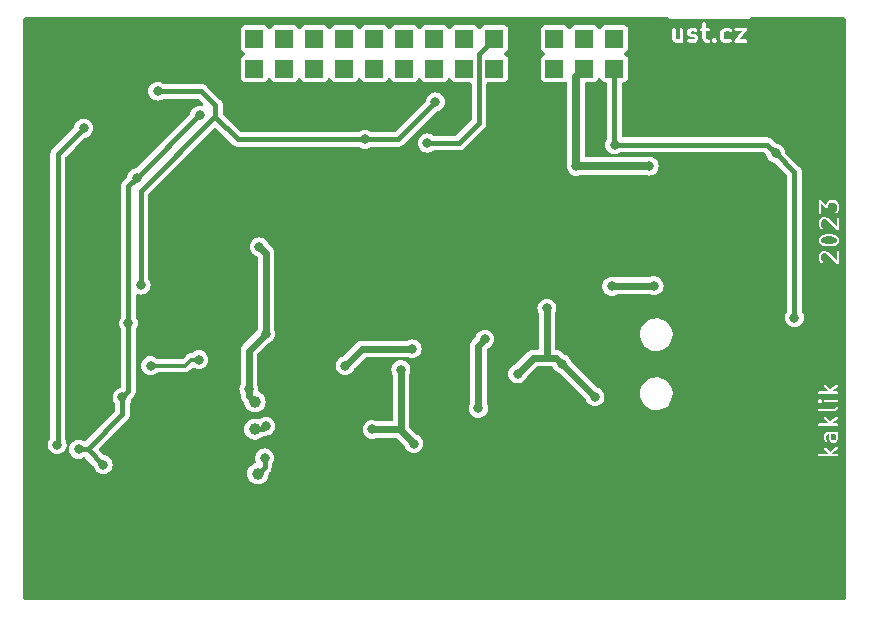
<source format=gbr>
%TF.GenerationSoftware,KiCad,Pcbnew,7.0.11+1*%
%TF.CreationDate,2024-05-30T15:56:28+00:00*%
%TF.ProjectId,USTSIPIN03,55535453-4950-4494-9e30-332e6b696361,REV*%
%TF.SameCoordinates,PX66dd020PY81342c0*%
%TF.FileFunction,Copper,L1,Top*%
%TF.FilePolarity,Positive*%
%FSLAX46Y46*%
G04 Gerber Fmt 4.6, Leading zero omitted, Abs format (unit mm)*
G04 Created by KiCad (PCBNEW 7.0.11+1) date 2024-05-30 15:56:28*
%MOMM*%
%LPD*%
G01*
G04 APERTURE LIST*
%ADD10C,0.200000*%
%ADD11C,0.300000*%
%TA.AperFunction,ComponentPad*%
%ADD12C,6.000000*%
%TD*%
%TA.AperFunction,SMDPad,CuDef*%
%ADD13C,1.000000*%
%TD*%
%TA.AperFunction,ComponentPad*%
%ADD14R,1.524000X1.524000*%
%TD*%
%TA.AperFunction,ViaPad*%
%ADD15C,0.800000*%
%TD*%
%TA.AperFunction,Conductor*%
%ADD16C,0.300000*%
%TD*%
%TA.AperFunction,Conductor*%
%ADD17C,0.600000*%
%TD*%
%TA.AperFunction,Conductor*%
%ADD18C,0.400000*%
%TD*%
%TA.AperFunction,Conductor*%
%ADD19C,0.700000*%
%TD*%
%TA.AperFunction,Conductor*%
%ADD20C,0.450000*%
%TD*%
G04 APERTURE END LIST*
D10*
G36*
X74612928Y19774623D02*
G01*
X74612928Y19464693D01*
X74566964Y19372765D01*
X74475035Y19326801D01*
X74379392Y19326801D01*
X74287463Y19372765D01*
X74241500Y19464693D01*
X74241500Y19798229D01*
X74234376Y19820153D01*
X74231224Y19841086D01*
X74579696Y19841086D01*
X74612928Y19774623D01*
G37*
G36*
X75027214Y17769657D02*
G01*
X72899873Y17769657D01*
X72899873Y18053041D01*
X73117822Y18053041D01*
X73154149Y18003041D01*
X73212928Y17983943D01*
X74712928Y17983943D01*
X74771707Y18003041D01*
X74808034Y18053041D01*
X74808034Y18114845D01*
X74771707Y18164845D01*
X74712928Y18183943D01*
X74325778Y18183943D01*
X74293740Y18215981D01*
X74772928Y18575372D01*
X74808493Y18625918D01*
X74807554Y18687714D01*
X74770472Y18737158D01*
X74711410Y18755361D01*
X74652928Y18735372D01*
X74150883Y18358838D01*
X73783639Y18726083D01*
X73728571Y18754141D01*
X73667529Y18744473D01*
X73623827Y18700771D01*
X73614159Y18639729D01*
X73642217Y18584661D01*
X74042936Y18183943D01*
X73212928Y18183943D01*
X73154149Y18164845D01*
X73117822Y18114845D01*
X73117822Y18053041D01*
X72899873Y18053041D01*
X72899873Y19441086D01*
X73612928Y19441086D01*
X73620051Y19419163D01*
X73623485Y19396364D01*
X73694914Y19253508D01*
X73738283Y19209475D01*
X73799250Y19199344D01*
X73854529Y19226984D01*
X73883005Y19281836D01*
X73873800Y19342951D01*
X73812928Y19464695D01*
X73812928Y19703193D01*
X73858893Y19795123D01*
X73950821Y19841086D01*
X74008267Y19841086D01*
X74041500Y19774622D01*
X74041500Y19441086D01*
X74048623Y19419163D01*
X74052057Y19396365D01*
X74123485Y19253508D01*
X74124043Y19252942D01*
X74124174Y19252155D01*
X74145676Y19230978D01*
X74166854Y19209475D01*
X74167640Y19209345D01*
X74168207Y19208786D01*
X74311064Y19137358D01*
X74333861Y19133925D01*
X74355785Y19126801D01*
X74498642Y19126801D01*
X74520565Y19133925D01*
X74543363Y19137358D01*
X74686221Y19208786D01*
X74686787Y19209345D01*
X74687574Y19209475D01*
X74708735Y19230961D01*
X74730254Y19252154D01*
X74730384Y19252942D01*
X74730943Y19253508D01*
X74802371Y19396365D01*
X74805804Y19419163D01*
X74812928Y19441086D01*
X74812928Y19798229D01*
X74805804Y19820153D01*
X74802371Y19842950D01*
X74784766Y19878160D01*
X74808034Y19910184D01*
X74808034Y19971988D01*
X74771707Y20021988D01*
X74712928Y20041086D01*
X73927214Y20041086D01*
X73905290Y20033963D01*
X73882493Y20030529D01*
X73739636Y19959101D01*
X73739069Y19958543D01*
X73738283Y19958412D01*
X73717105Y19936910D01*
X73695603Y19915732D01*
X73695472Y19914946D01*
X73694914Y19914379D01*
X73623485Y19771523D01*
X73620051Y19748725D01*
X73612928Y19726801D01*
X73612928Y19441086D01*
X72899873Y19441086D01*
X72899873Y20624470D01*
X73117822Y20624470D01*
X73154149Y20574470D01*
X73212928Y20555372D01*
X74712928Y20555372D01*
X74771707Y20574470D01*
X74808034Y20624470D01*
X74808034Y20686274D01*
X74771707Y20736274D01*
X74712928Y20755372D01*
X74325778Y20755372D01*
X74293740Y20787410D01*
X74772928Y21146801D01*
X74808493Y21197347D01*
X74807554Y21259143D01*
X74770472Y21308587D01*
X74711410Y21326790D01*
X74652928Y21306801D01*
X74150883Y20930267D01*
X73783639Y21297512D01*
X73728571Y21325570D01*
X73667529Y21315902D01*
X73623827Y21272200D01*
X73614159Y21211158D01*
X73642217Y21156090D01*
X74042936Y20755372D01*
X73212928Y20755372D01*
X73154149Y20736274D01*
X73117822Y20686274D01*
X73117822Y20624470D01*
X72899873Y20624470D01*
X72899873Y21838756D01*
X73117822Y21838756D01*
X73154149Y21788756D01*
X73212928Y21769658D01*
X74498642Y21769658D01*
X74520565Y21776782D01*
X74543363Y21780215D01*
X74686221Y21851644D01*
X74686787Y21852203D01*
X74687574Y21852333D01*
X74708751Y21873836D01*
X74730254Y21895013D01*
X74730384Y21895800D01*
X74730943Y21896366D01*
X74802371Y22039223D01*
X74811576Y22100338D01*
X74783100Y22155190D01*
X74727821Y22182829D01*
X74666854Y22172698D01*
X74623485Y22128665D01*
X74566964Y22015623D01*
X74475035Y21969658D01*
X73212928Y21969658D01*
X73154149Y21950560D01*
X73117822Y21900560D01*
X73117822Y21838756D01*
X72899873Y21838756D01*
X72899873Y22639728D01*
X73114159Y22639728D01*
X73117822Y22632540D01*
X73117822Y22624470D01*
X73122564Y22617943D01*
X73123827Y22609973D01*
X73135027Y22598773D01*
X73142218Y22584661D01*
X73213647Y22513233D01*
X73227757Y22506044D01*
X73238958Y22494843D01*
X73254602Y22492366D01*
X73268714Y22485175D01*
X73284357Y22487653D01*
X73300000Y22485175D01*
X73314111Y22492366D01*
X73329757Y22494843D01*
X73340956Y22506043D01*
X73355068Y22513233D01*
X73426495Y22584661D01*
X73433684Y22598772D01*
X73444886Y22609972D01*
X73446148Y22617943D01*
X73450891Y22624470D01*
X73617822Y22624470D01*
X73654149Y22574470D01*
X73712928Y22555372D01*
X74712928Y22555372D01*
X74771707Y22574470D01*
X74808034Y22624470D01*
X74808034Y22686274D01*
X74771707Y22736274D01*
X74712928Y22755372D01*
X73712928Y22755372D01*
X73654149Y22736274D01*
X73617822Y22686274D01*
X73617822Y22624470D01*
X73450891Y22624470D01*
X73450891Y22632540D01*
X73454554Y22639728D01*
X73452076Y22655372D01*
X73454554Y22671015D01*
X73450891Y22678205D01*
X73450891Y22686274D01*
X73446148Y22692803D01*
X73444886Y22700771D01*
X73433685Y22711972D01*
X73426496Y22726082D01*
X73355068Y22797511D01*
X73340956Y22804702D01*
X73329756Y22815902D01*
X73314112Y22818380D01*
X73300001Y22825570D01*
X73284357Y22823093D01*
X73268714Y22825570D01*
X73254601Y22818380D01*
X73238959Y22815902D01*
X73227759Y22804704D01*
X73213646Y22797512D01*
X73142217Y22726083D01*
X73135025Y22711970D01*
X73123827Y22700770D01*
X73122565Y22692803D01*
X73117822Y22686274D01*
X73117822Y22678205D01*
X73114159Y22671015D01*
X73116636Y22655372D01*
X73114159Y22639728D01*
X72899873Y22639728D01*
X72899873Y23338756D01*
X73117822Y23338756D01*
X73154149Y23288756D01*
X73212928Y23269658D01*
X74712928Y23269658D01*
X74771707Y23288756D01*
X74808034Y23338756D01*
X74808034Y23400560D01*
X74771707Y23450560D01*
X74712928Y23469658D01*
X74325778Y23469658D01*
X74293740Y23501696D01*
X74772928Y23861087D01*
X74808493Y23911633D01*
X74807554Y23973429D01*
X74770472Y24022873D01*
X74711410Y24041076D01*
X74652928Y24021087D01*
X74150883Y23644553D01*
X73783639Y24011798D01*
X73728571Y24039856D01*
X73667529Y24030188D01*
X73623827Y23986486D01*
X73614159Y23925444D01*
X73642217Y23870376D01*
X74042936Y23469658D01*
X73212928Y23469658D01*
X73154149Y23450560D01*
X73117822Y23400560D01*
X73117822Y23338756D01*
X72899873Y23338756D01*
X72899873Y24255362D01*
X75027214Y24255362D01*
X75027214Y17769657D01*
G37*
D11*
G36*
X67340829Y52750986D02*
G01*
X60540827Y52750986D01*
X60540827Y53329558D01*
X60755113Y53329558D01*
X60764036Y53296257D01*
X60770949Y53262476D01*
X60842378Y53119618D01*
X60848463Y53112756D01*
X60851365Y53104051D01*
X60873905Y53084064D01*
X60893893Y53061523D01*
X60902597Y53058622D01*
X60909460Y53052536D01*
X61052318Y52981108D01*
X61086093Y52974197D01*
X61119399Y52965272D01*
X61333685Y52965272D01*
X61366988Y52974196D01*
X61400767Y52981108D01*
X61451743Y53006596D01*
X61472971Y52985368D01*
X61547971Y52965272D01*
X61622971Y52985368D01*
X61677875Y53040272D01*
X61697971Y53115272D01*
X61697971Y53829558D01*
X62040828Y53829558D01*
X62049752Y53796253D01*
X62056664Y53762477D01*
X62128092Y53619618D01*
X62134179Y53612754D01*
X62137080Y53604051D01*
X62159615Y53584068D01*
X62179607Y53561523D01*
X62188312Y53558622D01*
X62195175Y53552536D01*
X62338033Y53481107D01*
X62371817Y53474194D01*
X62405114Y53465272D01*
X62583989Y53465272D01*
X62650453Y53432040D01*
X62683685Y53365576D01*
X62683685Y53364968D01*
X62650452Y53298504D01*
X62583989Y53265272D01*
X62369095Y53265272D01*
X62257910Y53320864D01*
X62181840Y53336431D01*
X62108179Y53311877D01*
X62056664Y53253782D01*
X62041097Y53177712D01*
X62065651Y53104051D01*
X62123746Y53052536D01*
X62266604Y52981108D01*
X62300379Y52974197D01*
X62333685Y52965272D01*
X62619399Y52965272D01*
X62652702Y52974196D01*
X62686481Y52981108D01*
X62829338Y53052536D01*
X62836200Y53058622D01*
X62844905Y53061523D01*
X62864892Y53084064D01*
X62887433Y53104051D01*
X62890334Y53112756D01*
X62896420Y53119618D01*
X62967849Y53262476D01*
X62974761Y53296257D01*
X62983685Y53329558D01*
X62983685Y53400986D01*
X62974762Y53434287D01*
X62967849Y53468069D01*
X62896420Y53610925D01*
X62890333Y53617789D01*
X62887433Y53626491D01*
X62864892Y53646480D01*
X62844904Y53669020D01*
X62836201Y53671921D01*
X62829338Y53678007D01*
X62686481Y53749436D01*
X62652700Y53756349D01*
X62619399Y53765272D01*
X62440523Y53765272D01*
X62374060Y53798503D01*
X62340828Y53864967D01*
X62340828Y53865577D01*
X62374059Y53932040D01*
X62440524Y53965272D01*
X62583989Y53965272D01*
X62695173Y53909679D01*
X62771243Y53894112D01*
X62844904Y53918666D01*
X62896420Y53976761D01*
X62911987Y54052830D01*
X62891173Y54115272D01*
X63112257Y54115272D01*
X63132353Y54040272D01*
X63187257Y53985368D01*
X63262257Y53965272D01*
X63326542Y53965272D01*
X63326542Y53329558D01*
X63335465Y53296257D01*
X63342378Y53262476D01*
X63413807Y53119618D01*
X63419892Y53112756D01*
X63422794Y53104051D01*
X63445334Y53084064D01*
X63465322Y53061523D01*
X63474026Y53058622D01*
X63480889Y53052536D01*
X63623747Y52981108D01*
X63657522Y52974197D01*
X63690828Y52965272D01*
X63833685Y52965272D01*
X63908685Y52985368D01*
X63963589Y53040272D01*
X63983685Y53115272D01*
X63974949Y53147876D01*
X64117368Y53147876D01*
X64133683Y53119618D01*
X64156191Y53080634D01*
X64227619Y53009206D01*
X64227621Y53009205D01*
X64244720Y52999333D01*
X64258685Y52985368D01*
X64277758Y52980258D01*
X64294861Y52970383D01*
X64294862Y52970383D01*
X64314610Y52970383D01*
X64333685Y52965272D01*
X64352760Y52970383D01*
X64372508Y52970383D01*
X64389610Y52980257D01*
X64408685Y52985368D01*
X64422648Y52999332D01*
X64439750Y53009205D01*
X64511179Y53080633D01*
X64511181Y53080635D01*
X64533688Y53119618D01*
X64550003Y53147876D01*
X64550003Y53225522D01*
X64550003Y53225523D01*
X64511180Y53292766D01*
X64439751Y53364195D01*
X64439750Y53364196D01*
X64422648Y53374070D01*
X64408685Y53388033D01*
X64389610Y53393145D01*
X64376028Y53400986D01*
X64826543Y53400986D01*
X64835466Y53367683D01*
X64842379Y53333904D01*
X64913807Y53191047D01*
X64929830Y53172978D01*
X64941905Y53152063D01*
X65013334Y53080634D01*
X65034248Y53068560D01*
X65052318Y53052536D01*
X65195176Y52981108D01*
X65228951Y52974197D01*
X65262257Y52965272D01*
X65547971Y52965272D01*
X65581276Y52974197D01*
X65615052Y52981108D01*
X65757911Y53052536D01*
X65816006Y53104051D01*
X65819746Y53115272D01*
X66040828Y53115272D01*
X66048202Y53087752D01*
X66051597Y53059463D01*
X66058111Y53050769D01*
X66060924Y53040272D01*
X66081071Y53020125D01*
X66098155Y52997324D01*
X66108144Y52993052D01*
X66115828Y52985368D01*
X66143345Y52977995D01*
X66169544Y52966789D01*
X66180333Y52968084D01*
X66190828Y52965272D01*
X66976543Y52965272D01*
X67051543Y52985368D01*
X67106447Y53040272D01*
X67126543Y53115272D01*
X67106447Y53190272D01*
X67051543Y53245176D01*
X66976543Y53265272D01*
X66499448Y53265272D01*
X67094491Y54022599D01*
X67098763Y54032589D01*
X67106447Y54040272D01*
X67113820Y54067790D01*
X67125026Y54093988D01*
X67123731Y54104778D01*
X67126543Y54115272D01*
X67119168Y54142793D01*
X67115774Y54171081D01*
X67109259Y54179776D01*
X67106447Y54190272D01*
X67086299Y54210420D01*
X67069216Y54233220D01*
X67059226Y54237493D01*
X67051543Y54245176D01*
X67024025Y54252550D01*
X66997827Y54263755D01*
X66987037Y54262461D01*
X66976543Y54265272D01*
X66190828Y54265272D01*
X66115828Y54245176D01*
X66060924Y54190272D01*
X66040828Y54115272D01*
X66060924Y54040272D01*
X66115828Y53985368D01*
X66190828Y53965272D01*
X66667923Y53965272D01*
X66072880Y53207945D01*
X66068607Y53197956D01*
X66060924Y53190272D01*
X66053550Y53162755D01*
X66042345Y53136556D01*
X66043639Y53125767D01*
X66040828Y53115272D01*
X65819746Y53115272D01*
X65840560Y53177712D01*
X65824994Y53253781D01*
X65773479Y53311877D01*
X65699817Y53336431D01*
X65623748Y53320865D01*
X65512562Y53265272D01*
X65297667Y53265272D01*
X65208253Y53309979D01*
X65171248Y53346984D01*
X65126543Y53436396D01*
X65126543Y53794149D01*
X65171248Y53883560D01*
X65208253Y53920565D01*
X65297667Y53965272D01*
X65512561Y53965272D01*
X65623747Y53909679D01*
X65699816Y53894112D01*
X65773478Y53918666D01*
X65824993Y53976761D01*
X65840560Y54052830D01*
X65816006Y54126492D01*
X65757911Y54178007D01*
X65615053Y54249436D01*
X65581272Y54256349D01*
X65547971Y54265272D01*
X65262257Y54265272D01*
X65228956Y54256350D01*
X65195174Y54249436D01*
X65052318Y54178007D01*
X65034249Y54161985D01*
X65013335Y54149910D01*
X64941906Y54078482D01*
X64929830Y54057567D01*
X64913807Y54039497D01*
X64842379Y53896640D01*
X64835466Y53862862D01*
X64826543Y53829558D01*
X64826543Y53400986D01*
X64376028Y53400986D01*
X64372508Y53403018D01*
X64372507Y53403018D01*
X64352760Y53403018D01*
X64333685Y53408129D01*
X64314610Y53403018D01*
X64294861Y53403018D01*
X64277758Y53393144D01*
X64258685Y53388033D01*
X64244720Y53374069D01*
X64227619Y53364195D01*
X64227618Y53364195D01*
X64227618Y53364194D01*
X64156191Y53292766D01*
X64117368Y53225523D01*
X64117368Y53225522D01*
X64117368Y53147876D01*
X63974949Y53147876D01*
X63963589Y53190272D01*
X63908685Y53245176D01*
X63833685Y53265272D01*
X63726238Y53265272D01*
X63659774Y53298504D01*
X63626542Y53364968D01*
X63626542Y53965272D01*
X63833685Y53965272D01*
X63908685Y53985368D01*
X63963589Y54040272D01*
X63983685Y54115272D01*
X63963589Y54190272D01*
X63908685Y54245176D01*
X63833685Y54265272D01*
X63626542Y54265272D01*
X63626542Y54615272D01*
X63606446Y54690272D01*
X63551542Y54745176D01*
X63476542Y54765272D01*
X63401542Y54745176D01*
X63346638Y54690272D01*
X63326542Y54615272D01*
X63326542Y54265272D01*
X63262257Y54265272D01*
X63187257Y54245176D01*
X63132353Y54190272D01*
X63112257Y54115272D01*
X62891173Y54115272D01*
X62887433Y54126491D01*
X62829338Y54178007D01*
X62686481Y54249436D01*
X62652700Y54256349D01*
X62619399Y54265272D01*
X62405114Y54265272D01*
X62371812Y54256349D01*
X62338032Y54249436D01*
X62195174Y54178007D01*
X62188311Y54171922D01*
X62179607Y54169020D01*
X62159619Y54146480D01*
X62137079Y54126492D01*
X62134177Y54117788D01*
X62128092Y54110925D01*
X62056664Y53968068D01*
X62049751Y53934290D01*
X62040828Y53900986D01*
X62040828Y53829558D01*
X61697971Y53829558D01*
X61697971Y54115272D01*
X61677875Y54190272D01*
X61622971Y54245176D01*
X61547971Y54265272D01*
X61472971Y54245176D01*
X61418067Y54190272D01*
X61397971Y54115272D01*
X61397971Y53320261D01*
X61387687Y53309978D01*
X61298275Y53265272D01*
X61154809Y53265272D01*
X61088345Y53298504D01*
X61055113Y53364968D01*
X61055113Y54115272D01*
X61035017Y54190272D01*
X60980113Y54245176D01*
X60905113Y54265272D01*
X60830113Y54245176D01*
X60775209Y54190272D01*
X60755113Y54115272D01*
X60755113Y53329558D01*
X60540827Y53329558D01*
X60540827Y54979558D01*
X67340829Y54979558D01*
X67340829Y52750986D01*
G37*
D10*
G36*
X74468507Y36527308D02*
G01*
X74587037Y36468042D01*
X74635514Y36419566D01*
X74689128Y36312338D01*
X74689128Y36216694D01*
X74635513Y36109465D01*
X74587037Y36060989D01*
X74468507Y36001723D01*
X74205391Y35935944D01*
X73872866Y35935944D01*
X73609747Y36001723D01*
X73491219Y36060988D01*
X73442742Y36109466D01*
X73389128Y36216694D01*
X73389128Y36312336D01*
X73442743Y36419566D01*
X73491219Y36468043D01*
X73609746Y36527307D01*
X73872866Y36593087D01*
X74205390Y36593087D01*
X74468507Y36527308D01*
G37*
G36*
X75103414Y34022889D02*
G01*
X72974842Y34022889D01*
X72974842Y34621658D01*
X73189128Y34621658D01*
X73196251Y34599735D01*
X73199685Y34576936D01*
X73271114Y34434080D01*
X73282487Y34422533D01*
X73289846Y34408090D01*
X73361274Y34336663D01*
X73416341Y34308604D01*
X73477384Y34318272D01*
X73521086Y34361974D01*
X73530754Y34423017D01*
X73502695Y34478084D01*
X73442743Y34538037D01*
X73389128Y34645267D01*
X73389128Y34955193D01*
X73442744Y35062425D01*
X73491219Y35110901D01*
X73598449Y35164516D01*
X73701473Y35164516D01*
X73877965Y35105685D01*
X74718417Y34265234D01*
X74739278Y34254605D01*
X74758226Y34240838D01*
X74766295Y34240838D01*
X74773484Y34237175D01*
X74796612Y34240838D01*
X74820030Y34240838D01*
X74826558Y34245581D01*
X74834527Y34246843D01*
X74851083Y34263400D01*
X74870030Y34277165D01*
X74872523Y34284840D01*
X74878229Y34290545D01*
X74881892Y34313674D01*
X74889128Y34335944D01*
X74889128Y35264516D01*
X74870030Y35323295D01*
X74820030Y35359622D01*
X74758226Y35359622D01*
X74708226Y35323295D01*
X74689128Y35264516D01*
X74689128Y34577366D01*
X74002696Y35263798D01*
X73982154Y35274265D01*
X73963608Y35287955D01*
X73749323Y35359384D01*
X73733115Y35359508D01*
X73717700Y35364516D01*
X73574842Y35364516D01*
X73552918Y35357393D01*
X73530120Y35353959D01*
X73387263Y35282530D01*
X73375713Y35271155D01*
X73361274Y35263797D01*
X73289846Y35192368D01*
X73282488Y35177928D01*
X73271114Y35166379D01*
X73199685Y35023523D01*
X73196251Y35000725D01*
X73189128Y34978801D01*
X73189128Y34621658D01*
X72974842Y34621658D01*
X72974842Y36193087D01*
X73189128Y36193087D01*
X73196251Y36171164D01*
X73199685Y36148366D01*
X73271114Y36005508D01*
X73282487Y35993961D01*
X73289846Y35979518D01*
X73361274Y35908091D01*
X73375713Y35900734D01*
X73387263Y35889358D01*
X73530120Y35817929D01*
X73541142Y35816269D01*
X73550589Y35810358D01*
X73836304Y35738930D01*
X73848719Y35739791D01*
X73860557Y35735944D01*
X74217700Y35735944D01*
X74229537Y35739791D01*
X74241953Y35738930D01*
X74527667Y35810358D01*
X74537113Y35816269D01*
X74548136Y35817929D01*
X74690992Y35889358D01*
X74702540Y35900733D01*
X74716981Y35908090D01*
X74788410Y35979518D01*
X74795768Y35993959D01*
X74807143Y36005508D01*
X74878571Y36148366D01*
X74882004Y36171164D01*
X74889128Y36193087D01*
X74889128Y36335944D01*
X74882004Y36357868D01*
X74878571Y36380665D01*
X74807143Y36523522D01*
X74795768Y36535071D01*
X74788410Y36549512D01*
X74716981Y36620940D01*
X74702540Y36628298D01*
X74690992Y36639672D01*
X74548136Y36711101D01*
X74537112Y36712762D01*
X74527667Y36718672D01*
X74241954Y36790101D01*
X74229537Y36789241D01*
X74217700Y36793087D01*
X73860557Y36793087D01*
X73848719Y36789241D01*
X73836303Y36790101D01*
X73550588Y36718672D01*
X73541141Y36712762D01*
X73530120Y36711101D01*
X73387263Y36639672D01*
X73375713Y36628297D01*
X73361274Y36620939D01*
X73289846Y36549512D01*
X73282487Y36535070D01*
X73271114Y36523522D01*
X73199685Y36380666D01*
X73196251Y36357868D01*
X73189128Y36335944D01*
X73189128Y36193087D01*
X72974842Y36193087D01*
X72974842Y37478800D01*
X73189128Y37478800D01*
X73196251Y37456877D01*
X73199685Y37434078D01*
X73271114Y37291222D01*
X73282487Y37279675D01*
X73289846Y37265232D01*
X73361274Y37193805D01*
X73416341Y37165746D01*
X73477384Y37175414D01*
X73521086Y37219116D01*
X73530754Y37280159D01*
X73502695Y37335226D01*
X73442743Y37395179D01*
X73389128Y37502409D01*
X73389128Y37812335D01*
X73442744Y37919567D01*
X73491219Y37968043D01*
X73598449Y38021658D01*
X73701473Y38021658D01*
X73877965Y37962827D01*
X74718417Y37122376D01*
X74739278Y37111747D01*
X74758226Y37097980D01*
X74766295Y37097980D01*
X74773484Y37094317D01*
X74796612Y37097980D01*
X74820030Y37097980D01*
X74826558Y37102723D01*
X74834527Y37103985D01*
X74851083Y37120542D01*
X74870030Y37134307D01*
X74872523Y37141982D01*
X74878229Y37147687D01*
X74881892Y37170816D01*
X74889128Y37193086D01*
X74889128Y38121658D01*
X74870030Y38180437D01*
X74820030Y38216764D01*
X74758226Y38216764D01*
X74708226Y38180437D01*
X74689128Y38121658D01*
X74689128Y37434508D01*
X74002696Y38120940D01*
X73982154Y38131407D01*
X73963608Y38145097D01*
X73749323Y38216526D01*
X73733115Y38216650D01*
X73717700Y38221658D01*
X73574842Y38221658D01*
X73552918Y38214535D01*
X73530120Y38211101D01*
X73387263Y38139672D01*
X73375713Y38128297D01*
X73361274Y38120939D01*
X73289846Y38049510D01*
X73282488Y38035070D01*
X73271114Y38023521D01*
X73199685Y37880665D01*
X73196251Y37857867D01*
X73189128Y37835943D01*
X73189128Y37478800D01*
X72974842Y37478800D01*
X72974842Y38621657D01*
X73189128Y38621657D01*
X73208226Y38562878D01*
X73258226Y38526551D01*
X73320030Y38526551D01*
X73370030Y38562878D01*
X73389128Y38621657D01*
X73389128Y39329853D01*
X73794706Y38974972D01*
X73813292Y38967011D01*
X73829655Y38955123D01*
X73841047Y38955123D01*
X73851518Y38950638D01*
X73871237Y38955123D01*
X73891459Y38955123D01*
X73900674Y38961819D01*
X73911782Y38964345D01*
X73925096Y38979563D01*
X73941459Y38991450D01*
X73944979Y39002287D01*
X73952480Y39010858D01*
X73954307Y39030996D01*
X73960557Y39050229D01*
X73960557Y39240908D01*
X74014170Y39348135D01*
X74062650Y39396615D01*
X74169878Y39450229D01*
X74479806Y39450229D01*
X74587034Y39396615D01*
X74635514Y39348135D01*
X74689128Y39240908D01*
X74689128Y38859550D01*
X74635514Y38752323D01*
X74575560Y38692368D01*
X74547502Y38637300D01*
X74557170Y38576258D01*
X74600872Y38532556D01*
X74661914Y38522888D01*
X74716982Y38550946D01*
X74788411Y38622375D01*
X74795769Y38636818D01*
X74807143Y38648365D01*
X74878571Y38791222D01*
X74882004Y38814020D01*
X74889128Y38835943D01*
X74889128Y39264514D01*
X74882004Y39286438D01*
X74878571Y39309235D01*
X74807143Y39452092D01*
X74795769Y39463640D01*
X74788411Y39478082D01*
X74716982Y39549511D01*
X74702539Y39556870D01*
X74690992Y39568243D01*
X74548136Y39639672D01*
X74525337Y39643106D01*
X74503414Y39650229D01*
X74146271Y39650229D01*
X74124347Y39643106D01*
X74101549Y39639672D01*
X73958692Y39568243D01*
X73947144Y39556869D01*
X73932703Y39549511D01*
X73861274Y39478082D01*
X73853915Y39463640D01*
X73842542Y39452092D01*
X73771114Y39309235D01*
X73767680Y39286438D01*
X73762098Y39269258D01*
X73354978Y39625487D01*
X73336390Y39633449D01*
X73320030Y39645335D01*
X73308638Y39645335D01*
X73298167Y39649820D01*
X73278448Y39645335D01*
X73258226Y39645335D01*
X73249010Y39638640D01*
X73237903Y39636113D01*
X73224586Y39620895D01*
X73208226Y39609008D01*
X73204706Y39598175D01*
X73197204Y39589601D01*
X73195376Y39569459D01*
X73189128Y39550229D01*
X73189128Y38621657D01*
X72974842Y38621657D01*
X72974842Y39864515D01*
X75103414Y39864515D01*
X75103414Y34022889D01*
G37*
D12*
%TO.P,M1,1*%
%TO.N,GND*%
X10160000Y50800000D03*
%TD*%
%TO.P,M2,1*%
%TO.N,GND*%
X71120000Y50800000D03*
%TD*%
%TO.P,M3,1*%
%TO.N,GND*%
X10160000Y10160000D03*
%TD*%
%TO.P,M4,1*%
%TO.N,GND*%
X71120000Y10160000D03*
%TD*%
D13*
%TO.P,TP3,1,1*%
%TO.N,Net-(U2--)*%
X25439200Y20265600D03*
%TD*%
%TO.P,TP2,1,1*%
%TO.N,GNDA*%
X25439200Y22602400D03*
%TD*%
%TO.P,TP1,1,1*%
%TO.N,Net-(U6--)*%
X25693200Y16506400D03*
%TD*%
D14*
%TO.P,J1,1*%
%TO.N,GND*%
X22860000Y53340000D03*
%TO.P,J1,2*%
X22860000Y50800000D03*
%TO.P,J1,3*%
%TO.N,+5VD*%
X25400000Y53340000D03*
%TO.P,J1,4*%
X25400000Y50800000D03*
%TO.P,J1,5*%
%TO.N,/interface/3v3*%
X27940000Y53340000D03*
%TO.P,J1,6*%
X27940000Y50800000D03*
%TO.P,J1,7*%
%TO.N,Net-(J1-Pad7)*%
X30480000Y53340000D03*
%TO.P,J1,8*%
X30480000Y50800000D03*
%TO.P,J1,9*%
%TO.N,/interface/A0*%
X33020000Y53340000D03*
%TO.P,J1,10*%
%TO.N,unconnected-(J1-Pad10)*%
X33020000Y50800000D03*
%TO.P,J1,11*%
%TO.N,/interface/A1*%
X35560000Y53340000D03*
%TO.P,J1,12*%
%TO.N,/interface/RX*%
X35560000Y50800000D03*
%TO.P,J1,13*%
%TO.N,/interface/B1*%
X38100000Y53340000D03*
%TO.P,J1,14*%
%TO.N,/interface/TX*%
X38100000Y50800000D03*
%TO.P,J1,15*%
%TO.N,/interface/B0*%
X40640000Y53340000D03*
%TO.P,J1,16*%
%TO.N,/interface/SOCKET_MOSI*%
X40640000Y50800000D03*
%TO.P,J1,17*%
%TO.N,/interface/C1*%
X43180000Y53340000D03*
%TO.P,J1,18*%
%TO.N,/interface/SOCKET_MISO*%
X43180000Y50800000D03*
%TO.P,J1,19*%
%TO.N,/interface/C0*%
X45720000Y53340000D03*
%TO.P,J1,20*%
%TO.N,/interface/SOCKET_SCLK*%
X45720000Y50800000D03*
%TO.P,J1,21*%
%TO.N,GND*%
X48260000Y53340000D03*
%TO.P,J1,22*%
X48260000Y50800000D03*
%TO.P,J1,23*%
%TO.N,/interface/SCL*%
X50800000Y53340000D03*
%TO.P,J1,24*%
X50800000Y50800000D03*
%TO.P,J1,25*%
%TO.N,VDD*%
X53340000Y53340000D03*
%TO.P,J1,26*%
X53340000Y50800000D03*
%TO.P,J1,27*%
%TO.N,/interface/SDA*%
X55880000Y53340000D03*
%TO.P,J1,28*%
X55880000Y50800000D03*
%TO.P,J1,29*%
%TO.N,GND*%
X58420000Y53340000D03*
%TO.P,J1,30*%
X58420000Y50800000D03*
%TD*%
D15*
%TO.N,GND*%
X17209600Y34845200D03*
X13120200Y21992800D03*
X11367600Y32813200D03*
X12561400Y36470800D03*
X69469000Y26771600D03*
X18759000Y30948800D03*
X39124728Y43574825D03*
X26339552Y24419848D03*
X21240000Y31351375D03*
X13792200Y19608800D03*
X35243600Y48713600D03*
X17387400Y40382400D03*
X43337200Y48476000D03*
X10312400Y26746200D03*
X29909600Y48205600D03*
X15954550Y27049233D03*
X13411200Y15367000D03*
X17514400Y38807600D03*
X13487400Y26568400D03*
X15544800Y20777200D03*
X19775000Y33194200D03*
%TO.N,GNDA*%
X50165000Y30505400D03*
X51418300Y25823100D03*
X47675800Y24942800D03*
X55651399Y32359599D03*
X25820200Y35708800D03*
X54229000Y23012400D03*
X37806600Y25320200D03*
X38887400Y19050000D03*
X24931200Y23669200D03*
X59232800Y32410400D03*
X26353600Y28342798D03*
X35382200Y20243800D03*
%TO.N,Net-(U6--)*%
X26252000Y17827000D03*
%TO.N,/PIN_detector/REF*%
X44905860Y27877115D03*
X44350700Y22021800D03*
X38756600Y27072800D03*
X33096200Y25654000D03*
%TO.N,VDD*%
X52654200Y42519600D03*
X58814800Y42541400D03*
%TO.N,/interface/C0*%
X40044200Y44497200D03*
%TO.N,/interface/SDA*%
X55893800Y44344800D03*
X69528500Y43628500D03*
X71120006Y29718000D03*
%TO.N,Net-(U2--)*%
X26353600Y20527000D03*
%TO.N,/analogue_backend/Set*%
X8700600Y18970200D03*
X10935798Y45741800D03*
%TO.N,/analogue_backend/SDO*%
X16600000Y25650400D03*
X20687939Y26156939D03*
%TO.N,+5VD*%
X12584994Y17269571D03*
X14732000Y29235400D03*
X10505400Y18563800D03*
X14196386Y22957709D03*
X15431600Y41550800D03*
X20765386Y46859186D03*
%TO.N,+3.3V*%
X40719797Y47969882D03*
X15798800Y32461200D03*
X34748309Y44815698D03*
X17206106Y48886960D03*
%TD*%
D16*
%TO.N,GND*%
X26339552Y24038848D02*
X26339552Y24419848D01*
X26582200Y23796200D02*
X26339552Y24038848D01*
D17*
%TO.N,GNDA*%
X37693600Y20243800D02*
X38887400Y19050000D01*
X50165000Y26314400D02*
X50165000Y30505400D01*
X24931200Y23669200D02*
X24931200Y26920398D01*
X24931200Y23669200D02*
X24931200Y23110400D01*
X51418300Y25823100D02*
X50952400Y26289000D01*
X37806600Y25320200D02*
X37806600Y20356800D01*
X35382200Y20243800D02*
X37693600Y20243800D01*
X59232800Y32410400D02*
X55702200Y32410400D01*
X26379000Y28368198D02*
X26353600Y28342798D01*
X49022000Y26289000D02*
X47675800Y24942800D01*
X26379000Y35150000D02*
X26379000Y28368198D01*
X24931200Y26920398D02*
X26353600Y28342798D01*
X37806600Y20356800D02*
X37693600Y20243800D01*
X24931200Y23110400D02*
X25439200Y22602400D01*
X54229000Y23012400D02*
X51418300Y25823100D01*
D18*
X55702200Y32410400D02*
X55651399Y32359599D01*
D17*
X25820200Y35708800D02*
X26379000Y35150000D01*
X50952400Y26289000D02*
X49022000Y26289000D01*
D18*
%TO.N,Net-(U6--)*%
X25693200Y16506400D02*
X26252000Y17065200D01*
X26252000Y17065200D02*
X26252000Y17827000D01*
D17*
%TO.N,/PIN_detector/REF*%
X33096200Y25654000D02*
X34515000Y27072800D01*
X44905860Y27877115D02*
X44350700Y27321955D01*
X44350700Y27321955D02*
X44350700Y22021800D01*
X34515000Y27072800D02*
X38756600Y27072800D01*
D19*
%TO.N,VDD*%
X52642600Y42531200D02*
X52654200Y42519600D01*
X52642600Y50102600D02*
X52642600Y42531200D01*
X53340000Y50800000D02*
X52642600Y50102600D01*
X58793000Y42519600D02*
X58814800Y42541400D01*
X52654200Y42519600D02*
X58793000Y42519600D01*
D20*
%TO.N,/interface/C0*%
X42711200Y44497200D02*
X40044200Y44497200D01*
X44413000Y46199000D02*
X42711200Y44497200D01*
X44413000Y52033000D02*
X44413000Y46199000D01*
X45720000Y53340000D02*
X44413000Y52033000D01*
D16*
%TO.N,/interface/SDA*%
X55880000Y44358600D02*
X55893800Y44344800D01*
D20*
X55885000Y50800000D02*
X55885000Y44353600D01*
X69528500Y43628500D02*
X71120006Y42036994D01*
X71120006Y38100000D02*
X71120006Y29718000D01*
X55893800Y44344800D02*
X68812200Y44344800D01*
X55880000Y50800000D02*
X55880000Y44358600D01*
X68812200Y44344800D02*
X69528500Y43628500D01*
X55885000Y44353600D02*
X55893800Y44344800D01*
X71120006Y42036994D02*
X71120006Y38100000D01*
D18*
%TO.N,Net-(U2--)*%
X26092200Y20265600D02*
X26353600Y20527000D01*
X25439200Y20265600D02*
X26092200Y20265600D01*
D20*
%TO.N,/analogue_backend/Set*%
X8751400Y19021000D02*
X8700600Y18970200D01*
X8751400Y43557402D02*
X8751400Y19021000D01*
X10935798Y45741800D02*
X8751400Y43557402D01*
D16*
%TO.N,/analogue_backend/SDO*%
X20687939Y26156939D02*
X20027539Y26156939D01*
X20027539Y26156939D02*
X19521000Y25650400D01*
X19521000Y25650400D02*
X16600000Y25650400D01*
D20*
%TO.N,+5VD*%
X12560229Y17269571D02*
X11266000Y18563800D01*
X11266000Y18563800D02*
X10505400Y18563800D01*
D16*
X12584994Y17269571D02*
X12560229Y17269571D01*
D20*
X14224000Y21521800D02*
X11266000Y18563800D01*
X20739986Y46859186D02*
X20765386Y46859186D01*
X14732000Y23493323D02*
X14732000Y29235400D01*
X15431600Y41550800D02*
X20739986Y46859186D01*
X14732000Y40851200D02*
X15431600Y41550800D01*
X14196386Y22957709D02*
X14732000Y23493323D01*
X14732000Y29235400D02*
X14732000Y40851200D01*
X14196386Y22957709D02*
X14196386Y22743948D01*
X14224000Y22716334D02*
X14224000Y21521800D01*
X14196386Y22743948D02*
X14224000Y22716334D01*
%TO.N,+3.3V*%
X22086400Y47697600D02*
X22086400Y47342000D01*
X22086400Y47342000D02*
X22086400Y46757800D01*
X37594098Y44815698D02*
X40719797Y47941397D01*
X40719797Y47941397D02*
X40719797Y47969882D01*
X34748309Y44815698D02*
X23991400Y44815698D01*
X20897040Y48886960D02*
X22086400Y47697600D01*
X22086400Y46859400D02*
X22086400Y46720698D01*
X17206106Y48886960D02*
X20897040Y48886960D01*
X15798800Y40470200D02*
X15798800Y32461200D01*
X22086400Y46859400D02*
X22086400Y47342000D01*
X22086400Y46757800D02*
X15798800Y40470200D01*
X22086400Y46720698D02*
X23991400Y44815698D01*
X22086400Y46681600D02*
X22086400Y46859400D01*
X34748309Y44815698D02*
X37594098Y44815698D01*
%TD*%
%TA.AperFunction,Conductor*%
%TO.N,GND*%
G36*
X60487936Y55105498D02*
G01*
X60534429Y55051842D01*
X60545815Y54999500D01*
X60545815Y54974849D01*
X60545815Y52755695D01*
X67336120Y52755695D01*
X67336120Y54999500D01*
X67356122Y55067621D01*
X67409778Y55114114D01*
X67462120Y55125500D01*
X75319500Y55125500D01*
X75387621Y55105498D01*
X75434114Y55051842D01*
X75445500Y54999500D01*
X75445500Y5960501D01*
X75425498Y5892380D01*
X75371842Y5845887D01*
X75319500Y5834501D01*
X5960500Y5834501D01*
X5892379Y5854503D01*
X5845886Y5908159D01*
X5834500Y5960501D01*
X5834500Y18970200D01*
X7895035Y18970200D01*
X7915232Y18790945D01*
X7946888Y18700478D01*
X7974811Y18620678D01*
X7974812Y18620675D01*
X8070782Y18467940D01*
X8070783Y18467938D01*
X8198337Y18340384D01*
X8198339Y18340383D01*
X8351074Y18244413D01*
X8351075Y18244413D01*
X8351078Y18244411D01*
X8521345Y18184832D01*
X8700600Y18164635D01*
X8879855Y18184832D01*
X9050122Y18244411D01*
X9202862Y18340384D01*
X9330416Y18467938D01*
X9390650Y18563800D01*
X9699835Y18563800D01*
X9720032Y18384545D01*
X9741144Y18324211D01*
X9779611Y18214278D01*
X9779612Y18214275D01*
X9875582Y18061540D01*
X9875583Y18061538D01*
X10003137Y17933984D01*
X10003139Y17933983D01*
X10155874Y17838013D01*
X10155875Y17838013D01*
X10155878Y17838011D01*
X10326145Y17778432D01*
X10505400Y17758235D01*
X10684655Y17778432D01*
X10854922Y17838011D01*
X10922559Y17880510D01*
X10924770Y17881899D01*
X10993091Y17901205D01*
X11061004Y17880510D01*
X11080901Y17864307D01*
X11761431Y17183777D01*
X11795457Y17121465D01*
X11797543Y17108796D01*
X11799625Y17090319D01*
X11799626Y17090314D01*
X11859204Y16920051D01*
X11859206Y16920046D01*
X11955176Y16767311D01*
X11955177Y16767309D01*
X12082731Y16639755D01*
X12082733Y16639754D01*
X12235468Y16543784D01*
X12235469Y16543784D01*
X12235472Y16543782D01*
X12405739Y16484203D01*
X12584994Y16464006D01*
X12764249Y16484203D01*
X12827684Y16506400D01*
X24787740Y16506400D01*
X24807525Y16318144D01*
X24866018Y16138122D01*
X24866022Y16138114D01*
X24960665Y15974186D01*
X24960666Y15974184D01*
X25087326Y15833514D01*
X25240467Y15722251D01*
X25240467Y15722250D01*
X25287812Y15701171D01*
X25413397Y15645256D01*
X25598554Y15605900D01*
X25787846Y15605900D01*
X25973003Y15645256D01*
X26145930Y15722249D01*
X26145930Y15722250D01*
X26145932Y15722250D01*
X26145932Y15722251D01*
X26299071Y15833512D01*
X26425733Y15974184D01*
X26520379Y16138116D01*
X26578874Y16318144D01*
X26598660Y16506400D01*
X26598660Y16506402D01*
X26598660Y16510436D01*
X26599320Y16512686D01*
X26599350Y16512967D01*
X26599401Y16512962D01*
X26618662Y16578557D01*
X26635559Y16599525D01*
X26645867Y16609834D01*
X26652047Y16615255D01*
X26680282Y16636918D01*
X26776536Y16762359D01*
X26837044Y16908438D01*
X26838573Y16920046D01*
X26838574Y16920051D01*
X26857683Y17065200D01*
X26857683Y17065201D01*
X26853040Y17100470D01*
X26852500Y17108702D01*
X26852500Y17243888D01*
X26872502Y17312009D01*
X26879996Y17322457D01*
X26881811Y17324734D01*
X26881816Y17324738D01*
X26881819Y17324744D01*
X26881823Y17324748D01*
X26977787Y17477475D01*
X26977786Y17477475D01*
X26977789Y17477478D01*
X27037368Y17647745D01*
X27057565Y17827000D01*
X27037368Y18006255D01*
X26977789Y18176522D01*
X26977787Y18176525D01*
X26977787Y18176526D01*
X26881817Y18329261D01*
X26881816Y18329263D01*
X26754262Y18456817D01*
X26754260Y18456818D01*
X26601525Y18552788D01*
X26601522Y18552789D01*
X26570054Y18563800D01*
X26431255Y18612368D01*
X26252000Y18632565D01*
X26072745Y18612368D01*
X26072742Y18612368D01*
X26072742Y18612367D01*
X25902477Y18552789D01*
X25902474Y18552788D01*
X25749739Y18456818D01*
X25749737Y18456817D01*
X25622183Y18329263D01*
X25622182Y18329261D01*
X25526212Y18176526D01*
X25526211Y18176523D01*
X25499233Y18099424D01*
X25466632Y18006255D01*
X25446435Y17827000D01*
X25466632Y17647745D01*
X25476658Y17619093D01*
X25506931Y17532577D01*
X25510551Y17461673D01*
X25475261Y17400068D01*
X25419397Y17370468D01*
X25419683Y17369587D01*
X25414648Y17367951D01*
X25414209Y17367718D01*
X25413406Y17367548D01*
X25413403Y17367547D01*
X25240467Y17290551D01*
X25240467Y17290550D01*
X25087326Y17179287D01*
X24960666Y17038617D01*
X24960665Y17038615D01*
X24866022Y16874687D01*
X24866018Y16874679D01*
X24807525Y16694657D01*
X24787740Y16506400D01*
X12827684Y16506400D01*
X12934516Y16543782D01*
X13087256Y16639755D01*
X13214810Y16767309D01*
X13310783Y16920049D01*
X13370362Y17090316D01*
X13390559Y17269571D01*
X13370362Y17448826D01*
X13310783Y17619093D01*
X13310781Y17619096D01*
X13310781Y17619097D01*
X13214811Y17771832D01*
X13214810Y17771834D01*
X13087256Y17899388D01*
X13087254Y17899389D01*
X12934519Y17995359D01*
X12934516Y17995360D01*
X12764254Y18054938D01*
X12764240Y18054941D01*
X12689952Y18063312D01*
X12624500Y18090816D01*
X12614967Y18099424D01*
X12239685Y18474706D01*
X12205659Y18537018D01*
X12210724Y18607833D01*
X12239685Y18652896D01*
X13408144Y19821355D01*
X13852389Y20265600D01*
X24533740Y20265600D01*
X24553525Y20077344D01*
X24612018Y19897322D01*
X24612022Y19897314D01*
X24706665Y19733386D01*
X24706666Y19733384D01*
X24833326Y19592714D01*
X24986467Y19481451D01*
X24986467Y19481450D01*
X25006657Y19472461D01*
X25159397Y19404456D01*
X25344554Y19365100D01*
X25533846Y19365100D01*
X25719003Y19404456D01*
X25891930Y19481449D01*
X25891930Y19481450D01*
X25891932Y19481450D01*
X25891932Y19481451D01*
X26045071Y19592712D01*
X26076279Y19627374D01*
X26136724Y19664613D01*
X26153464Y19667984D01*
X26248962Y19680556D01*
X26328995Y19713707D01*
X26363101Y19722506D01*
X26532855Y19741632D01*
X26703122Y19801211D01*
X26855862Y19897184D01*
X26983416Y20024738D01*
X27079389Y20177478D01*
X27102596Y20243800D01*
X34576635Y20243800D01*
X34596832Y20064545D01*
X34656411Y19894278D01*
X34656412Y19894275D01*
X34752382Y19741540D01*
X34752383Y19741538D01*
X34879937Y19613984D01*
X34879939Y19613983D01*
X35032674Y19518013D01*
X35032675Y19518013D01*
X35032678Y19518011D01*
X35202945Y19458432D01*
X35382200Y19438235D01*
X35561455Y19458432D01*
X35731722Y19518011D01*
X35741231Y19523987D01*
X35808269Y19543300D01*
X37351253Y19543300D01*
X37419374Y19523298D01*
X37440348Y19506395D01*
X38095709Y18851034D01*
X38125543Y18803554D01*
X38161611Y18700478D01*
X38161612Y18700475D01*
X38257582Y18547740D01*
X38257583Y18547738D01*
X38385137Y18420184D01*
X38385139Y18420183D01*
X38537874Y18324213D01*
X38537875Y18324213D01*
X38537878Y18324211D01*
X38708145Y18264632D01*
X38887400Y18244435D01*
X39066655Y18264632D01*
X39236922Y18324211D01*
X39389662Y18420184D01*
X39517216Y18547738D01*
X39613189Y18700478D01*
X39672768Y18870745D01*
X39692965Y19050000D01*
X39672768Y19229255D01*
X39613189Y19399522D01*
X39613187Y19399525D01*
X39613187Y19399526D01*
X39517217Y19552261D01*
X39517216Y19552263D01*
X39389662Y19679817D01*
X39389660Y19679818D01*
X39236925Y19775788D01*
X39236922Y19775789D01*
X39133846Y19811857D01*
X39086366Y19841691D01*
X38544005Y20384052D01*
X38509979Y20446364D01*
X38507100Y20473147D01*
X38507100Y22021800D01*
X43545135Y22021800D01*
X43565332Y21842545D01*
X43573833Y21818251D01*
X43624911Y21672278D01*
X43624912Y21672275D01*
X43720882Y21519540D01*
X43720883Y21519538D01*
X43848437Y21391984D01*
X43848439Y21391983D01*
X44001174Y21296013D01*
X44001175Y21296013D01*
X44001178Y21296011D01*
X44171445Y21236432D01*
X44350700Y21216235D01*
X44529955Y21236432D01*
X44700222Y21296011D01*
X44852962Y21391984D01*
X44980516Y21519538D01*
X45076489Y21672278D01*
X45136068Y21842545D01*
X45156265Y22021800D01*
X45136068Y22201055D01*
X45076489Y22371322D01*
X45070510Y22380838D01*
X45051200Y22447870D01*
X45051200Y24942800D01*
X46870235Y24942800D01*
X46890432Y24763545D01*
X46936129Y24632951D01*
X46950011Y24593278D01*
X46950012Y24593275D01*
X47045982Y24440540D01*
X47045983Y24440538D01*
X47173537Y24312984D01*
X47173539Y24312983D01*
X47326274Y24217013D01*
X47326275Y24217013D01*
X47326278Y24217011D01*
X47496545Y24157432D01*
X47675800Y24137235D01*
X47855055Y24157432D01*
X48025322Y24217011D01*
X48178062Y24312984D01*
X48305616Y24440538D01*
X48401589Y24593278D01*
X48437656Y24696356D01*
X48467488Y24743833D01*
X49275253Y25551596D01*
X49337565Y25585621D01*
X49364348Y25588500D01*
X50562897Y25588500D01*
X50631018Y25568498D01*
X50677511Y25514842D01*
X50681819Y25504134D01*
X50692511Y25473578D01*
X50692512Y25473576D01*
X50692513Y25473574D01*
X50788482Y25320840D01*
X50788483Y25320838D01*
X50916037Y25193284D01*
X50916039Y25193283D01*
X51068774Y25097313D01*
X51068775Y25097313D01*
X51068778Y25097311D01*
X51166849Y25062995D01*
X51171853Y25061244D01*
X51219333Y25031410D01*
X53437309Y22813434D01*
X53467143Y22765954D01*
X53503211Y22662878D01*
X53503212Y22662875D01*
X53599182Y22510140D01*
X53599183Y22510138D01*
X53726737Y22382584D01*
X53726739Y22382583D01*
X53879474Y22286613D01*
X53879475Y22286613D01*
X53879478Y22286611D01*
X54049745Y22227032D01*
X54229000Y22206835D01*
X54408255Y22227032D01*
X54578522Y22286611D01*
X54731262Y22382584D01*
X54858816Y22510138D01*
X54954789Y22662878D01*
X55014368Y22833145D01*
X55034565Y23012400D01*
X55014368Y23191655D01*
X54967625Y23325238D01*
X58039153Y23325238D01*
X58049134Y23090296D01*
X58049136Y23090283D01*
X58098680Y22860401D01*
X58178052Y22662878D01*
X58186363Y22642195D01*
X58309662Y22441944D01*
X58465030Y22265411D01*
X58647998Y22117676D01*
X58853301Y22002986D01*
X58911378Y21982466D01*
X59075026Y21924645D01*
X59075030Y21924645D01*
X59075034Y21924643D01*
X59306817Y21884900D01*
X59306820Y21884900D01*
X59483089Y21884900D01*
X59570903Y21892374D01*
X59658719Y21899848D01*
X59820677Y21942019D01*
X59886290Y21959103D01*
X59886290Y21959104D01*
X59886297Y21959105D01*
X60100587Y22055970D01*
X60295424Y22187657D01*
X60465203Y22350378D01*
X60605041Y22539451D01*
X60710913Y22749436D01*
X60779775Y22974294D01*
X60779775Y22974299D01*
X60779777Y22974305D01*
X60809646Y23207555D01*
X60809646Y23207563D01*
X60799665Y23442505D01*
X60799665Y23442510D01*
X60750120Y23672397D01*
X60662437Y23890605D01*
X60539138Y24090856D01*
X60398628Y24250507D01*
X72904791Y24250507D01*
X72904791Y17775805D01*
X75020938Y17775805D01*
X75020938Y24250507D01*
X72904791Y24250507D01*
X60398628Y24250507D01*
X60383770Y24267389D01*
X60200802Y24415124D01*
X60200800Y24415125D01*
X60200799Y24415126D01*
X59995503Y24529812D01*
X59995500Y24529814D01*
X59773773Y24608156D01*
X59708819Y24619294D01*
X59541983Y24647900D01*
X59365712Y24647900D01*
X59365711Y24647900D01*
X59190081Y24632953D01*
X59190074Y24632951D01*
X58962509Y24573698D01*
X58748218Y24476833D01*
X58748212Y24476830D01*
X58553377Y24345144D01*
X58553369Y24345138D01*
X58383602Y24182429D01*
X58243757Y23993347D01*
X58137888Y23783366D01*
X58137883Y23783354D01*
X58069024Y23558505D01*
X58069022Y23558496D01*
X58039153Y23325246D01*
X58039153Y23325238D01*
X54967625Y23325238D01*
X54954789Y23361922D01*
X54954787Y23361925D01*
X54954787Y23361926D01*
X54858817Y23514661D01*
X54858816Y23514663D01*
X54731262Y23642217D01*
X54731260Y23642218D01*
X54578525Y23738188D01*
X54578522Y23738189D01*
X54475446Y23774257D01*
X54427966Y23804091D01*
X52209990Y26022067D01*
X52180156Y26069547D01*
X52160611Y26125404D01*
X52144089Y26172622D01*
X52144087Y26172625D01*
X52144087Y26172626D01*
X52048117Y26325361D01*
X52048116Y26325363D01*
X51920562Y26452917D01*
X51920560Y26452918D01*
X51767825Y26548888D01*
X51767822Y26548889D01*
X51664746Y26584957D01*
X51617266Y26614791D01*
X51547132Y26684925D01*
X51464029Y26768028D01*
X51461445Y26770773D01*
X51420329Y26817183D01*
X51420326Y26817186D01*
X51369314Y26852397D01*
X51366248Y26854653D01*
X51317459Y26892877D01*
X51317457Y26892878D01*
X51315975Y26893545D01*
X51308381Y26896963D01*
X51288520Y26908165D01*
X51280330Y26913818D01*
X51280328Y26913819D01*
X51222383Y26935795D01*
X51218869Y26937251D01*
X51162333Y26962695D01*
X51162329Y26962696D01*
X51152530Y26964492D01*
X51130576Y26970612D01*
X51121268Y26974142D01*
X51059748Y26981611D01*
X51055986Y26982184D01*
X50995007Y26993359D01*
X50987400Y26993818D01*
X50987547Y26996255D01*
X50929903Y27009459D01*
X50880256Y27060209D01*
X50865500Y27119376D01*
X50865500Y28325238D01*
X58039153Y28325238D01*
X58049134Y28090296D01*
X58049136Y28090283D01*
X58098680Y27860401D01*
X58183273Y27649885D01*
X58186363Y27642195D01*
X58309662Y27441944D01*
X58390250Y27350378D01*
X58464563Y27265941D01*
X58465030Y27265411D01*
X58647998Y27117676D01*
X58853301Y27002986D01*
X58911378Y26982466D01*
X59075026Y26924645D01*
X59075030Y26924645D01*
X59075034Y26924643D01*
X59306817Y26884900D01*
X59306820Y26884900D01*
X59483089Y26884900D01*
X59576837Y26892879D01*
X59658719Y26899848D01*
X59821784Y26942307D01*
X59886290Y26959103D01*
X59886290Y26959104D01*
X59886297Y26959105D01*
X60100587Y27055970D01*
X60295424Y27187657D01*
X60397467Y27285458D01*
X60465197Y27350372D01*
X60465197Y27350373D01*
X60465203Y27350378D01*
X60605041Y27539451D01*
X60710913Y27749436D01*
X60779775Y27974294D01*
X60779775Y27974299D01*
X60779777Y27974305D01*
X60809646Y28207555D01*
X60809646Y28207563D01*
X60799665Y28442505D01*
X60799665Y28442510D01*
X60750120Y28672397D01*
X60662437Y28890605D01*
X60539138Y29090856D01*
X60383770Y29267389D01*
X60200802Y29415124D01*
X60200800Y29415125D01*
X60200799Y29415126D01*
X59995503Y29529812D01*
X59995500Y29529814D01*
X59773773Y29608156D01*
X59708819Y29619294D01*
X59541983Y29647900D01*
X59365712Y29647900D01*
X59365711Y29647900D01*
X59190081Y29632953D01*
X59190074Y29632951D01*
X58962509Y29573698D01*
X58748218Y29476833D01*
X58748212Y29476830D01*
X58553377Y29345144D01*
X58553369Y29345138D01*
X58383602Y29182429D01*
X58243757Y28993347D01*
X58137888Y28783366D01*
X58137883Y28783354D01*
X58069024Y28558505D01*
X58069022Y28558496D01*
X58039153Y28325246D01*
X58039153Y28325238D01*
X50865500Y28325238D01*
X50865500Y30079331D01*
X50884814Y30146369D01*
X50890789Y30155878D01*
X50950368Y30326145D01*
X50970565Y30505400D01*
X50950368Y30684655D01*
X50890789Y30854922D01*
X50890787Y30854925D01*
X50890787Y30854926D01*
X50794817Y31007661D01*
X50794816Y31007663D01*
X50667262Y31135217D01*
X50667260Y31135218D01*
X50514525Y31231188D01*
X50514522Y31231189D01*
X50344255Y31290768D01*
X50165000Y31310965D01*
X49985745Y31290768D01*
X49985742Y31290768D01*
X49985742Y31290767D01*
X49815477Y31231189D01*
X49815474Y31231188D01*
X49662739Y31135218D01*
X49662737Y31135217D01*
X49535183Y31007663D01*
X49535182Y31007661D01*
X49439212Y30854926D01*
X49439211Y30854923D01*
X49439211Y30854922D01*
X49379632Y30684655D01*
X49359435Y30505400D01*
X49379632Y30326145D01*
X49379633Y30326143D01*
X49439211Y30155878D01*
X49439210Y30155878D01*
X49445186Y30146369D01*
X49464500Y30079331D01*
X49464500Y27115500D01*
X49444498Y27047379D01*
X49390842Y27000886D01*
X49338500Y26989500D01*
X49045061Y26989500D01*
X49041259Y26989615D01*
X48979394Y26993357D01*
X48979393Y26993357D01*
X48979392Y26993357D01*
X48918430Y26982186D01*
X48914671Y26981614D01*
X48910370Y26981092D01*
X48853134Y26974142D01*
X48853132Y26974141D01*
X48853130Y26974141D01*
X48853128Y26974140D01*
X48843817Y26970609D01*
X48821863Y26964490D01*
X48812072Y26962696D01*
X48812068Y26962695D01*
X48755549Y26937258D01*
X48752035Y26935802D01*
X48694071Y26913819D01*
X48694069Y26913818D01*
X48685872Y26908160D01*
X48666018Y26896962D01*
X48656946Y26892879D01*
X48656944Y26892878D01*
X48608152Y26854653D01*
X48605088Y26852399D01*
X48554069Y26817182D01*
X48512961Y26770782D01*
X48510353Y26768011D01*
X47476832Y25734491D01*
X47429353Y25704657D01*
X47326275Y25668588D01*
X47326274Y25668588D01*
X47173539Y25572618D01*
X47173537Y25572617D01*
X47045983Y25445063D01*
X47045982Y25445061D01*
X46950012Y25292326D01*
X46950011Y25292323D01*
X46899559Y25148138D01*
X46890432Y25122055D01*
X46870235Y24942800D01*
X45051200Y24942800D01*
X45051200Y26979608D01*
X45071202Y27047729D01*
X45088099Y27068699D01*
X45104826Y27085426D01*
X45152304Y27115259D01*
X45255382Y27151326D01*
X45408122Y27247299D01*
X45535676Y27374853D01*
X45631649Y27527593D01*
X45691228Y27697860D01*
X45711425Y27877115D01*
X45691228Y28056370D01*
X45631649Y28226637D01*
X45631647Y28226640D01*
X45631647Y28226641D01*
X45535677Y28379376D01*
X45535676Y28379378D01*
X45408122Y28506932D01*
X45408120Y28506933D01*
X45255385Y28602903D01*
X45255382Y28602904D01*
X45085115Y28662483D01*
X44905860Y28682680D01*
X44726605Y28662483D01*
X44726602Y28662483D01*
X44726602Y28662482D01*
X44556337Y28602904D01*
X44556334Y28602903D01*
X44403599Y28506933D01*
X44403597Y28506932D01*
X44276043Y28379378D01*
X44276042Y28379376D01*
X44180072Y28226641D01*
X44180072Y28226640D01*
X44144003Y28123562D01*
X44114169Y28076083D01*
X43871689Y27833602D01*
X43868918Y27830994D01*
X43822516Y27789884D01*
X43822515Y27789884D01*
X43787298Y27738864D01*
X43785044Y27735801D01*
X43746824Y27687015D01*
X43746819Y27687008D01*
X43742738Y27677939D01*
X43731540Y27658083D01*
X43725882Y27649886D01*
X43703901Y27591929D01*
X43702445Y27588414D01*
X43677004Y27531887D01*
X43677004Y27531886D01*
X43675208Y27522086D01*
X43669088Y27500134D01*
X43665560Y27490832D01*
X43665559Y27490825D01*
X43658089Y27429303D01*
X43657516Y27425541D01*
X43646342Y27364563D01*
X43650085Y27302690D01*
X43650200Y27298885D01*
X43650200Y22447870D01*
X43630889Y22380838D01*
X43624911Y22371322D01*
X43587851Y22265411D01*
X43567355Y22206835D01*
X43565332Y22201055D01*
X43545135Y22021800D01*
X38507100Y22021800D01*
X38507100Y24894131D01*
X38526414Y24961169D01*
X38532389Y24970678D01*
X38591968Y25140945D01*
X38612165Y25320200D01*
X38591968Y25499455D01*
X38532389Y25669722D01*
X38532387Y25669725D01*
X38532387Y25669726D01*
X38436417Y25822461D01*
X38436416Y25822463D01*
X38308862Y25950017D01*
X38308860Y25950018D01*
X38156125Y26045988D01*
X38156122Y26045989D01*
X38088797Y26069547D01*
X37985855Y26105568D01*
X37848069Y26121093D01*
X37806796Y26138436D01*
X37786519Y26125404D01*
X37765133Y26121093D01*
X37627345Y26105568D01*
X37627342Y26105568D01*
X37627342Y26105567D01*
X37457077Y26045989D01*
X37457074Y26045988D01*
X37304339Y25950018D01*
X37304337Y25950017D01*
X37176783Y25822463D01*
X37176782Y25822461D01*
X37080812Y25669726D01*
X37080811Y25669723D01*
X37074050Y25650400D01*
X37021232Y25499455D01*
X37001035Y25320200D01*
X37021232Y25140945D01*
X37063349Y25020582D01*
X37080811Y24970678D01*
X37080810Y24970678D01*
X37086786Y24961169D01*
X37106100Y24894131D01*
X37106100Y21070300D01*
X37086098Y21002179D01*
X37032442Y20955686D01*
X36980100Y20944300D01*
X35808269Y20944300D01*
X35741231Y20963614D01*
X35731722Y20969589D01*
X35638585Y21002179D01*
X35561455Y21029168D01*
X35382200Y21049365D01*
X35202945Y21029168D01*
X35202942Y21029168D01*
X35202942Y21029167D01*
X35032677Y20969589D01*
X35032674Y20969588D01*
X34879939Y20873618D01*
X34879937Y20873617D01*
X34752383Y20746063D01*
X34752382Y20746061D01*
X34656412Y20593326D01*
X34656411Y20593323D01*
X34656411Y20593322D01*
X34596832Y20423055D01*
X34576635Y20243800D01*
X27102596Y20243800D01*
X27138968Y20347745D01*
X27159165Y20527000D01*
X27138968Y20706255D01*
X27079389Y20876522D01*
X27079387Y20876525D01*
X27079387Y20876526D01*
X26983417Y21029261D01*
X26983416Y21029263D01*
X26855862Y21156817D01*
X26855860Y21156818D01*
X26703125Y21252788D01*
X26703122Y21252789D01*
X26532855Y21312368D01*
X26353600Y21332565D01*
X26174345Y21312368D01*
X26174342Y21312368D01*
X26174342Y21312367D01*
X26004077Y21252789D01*
X26004075Y21252788D01*
X25851340Y21156818D01*
X25851333Y21156813D01*
X25850777Y21156256D01*
X25850329Y21156012D01*
X25845811Y21152408D01*
X25845179Y21153201D01*
X25788462Y21122236D01*
X25725465Y21125390D01*
X25725462Y21125371D01*
X25725347Y21125396D01*
X25722757Y21125525D01*
X25719009Y21126743D01*
X25533846Y21166100D01*
X25344554Y21166100D01*
X25159399Y21126745D01*
X24986467Y21049751D01*
X24986467Y21049750D01*
X24833326Y20938487D01*
X24706666Y20797817D01*
X24706665Y20797815D01*
X24612022Y20633887D01*
X24612018Y20633879D01*
X24553525Y20453857D01*
X24533740Y20265600D01*
X13852389Y20265600D01*
X14607631Y21020843D01*
X14619968Y21030724D01*
X14619770Y21030963D01*
X14625870Y21036011D01*
X14625877Y21036014D01*
X14673241Y21086452D01*
X14694120Y21107330D01*
X14698347Y21112781D01*
X14702182Y21117272D01*
X14734062Y21151218D01*
X14743637Y21168638D01*
X14754493Y21185161D01*
X14766674Y21200864D01*
X14785170Y21243611D01*
X14787760Y21248899D01*
X14810197Y21289708D01*
X14815139Y21308959D01*
X14821538Y21327650D01*
X14829438Y21345905D01*
X14836721Y21391899D01*
X14837923Y21397695D01*
X14849499Y21442775D01*
X14849500Y21442782D01*
X14849500Y21462656D01*
X14851051Y21482366D01*
X14851321Y21484073D01*
X14854160Y21501996D01*
X14852502Y21519540D01*
X14849780Y21548337D01*
X14849500Y21554269D01*
X14849500Y22456227D01*
X14868812Y22523261D01*
X14922175Y22608187D01*
X14981754Y22778454D01*
X14982207Y22782470D01*
X14986980Y22824839D01*
X15014483Y22890292D01*
X15023083Y22899818D01*
X15115631Y22992366D01*
X15127968Y23002247D01*
X15127770Y23002486D01*
X15133870Y23007534D01*
X15133877Y23007537D01*
X15181241Y23057975D01*
X15202120Y23078853D01*
X15206347Y23084304D01*
X15210182Y23088795D01*
X15242062Y23122741D01*
X15251637Y23140161D01*
X15262493Y23156684D01*
X15274674Y23172387D01*
X15293170Y23215134D01*
X15295760Y23220422D01*
X15318197Y23261231D01*
X15323139Y23280482D01*
X15329538Y23299173D01*
X15337438Y23317428D01*
X15344721Y23363422D01*
X15345923Y23369218D01*
X15357499Y23414298D01*
X15357500Y23414305D01*
X15357500Y23434179D01*
X15359051Y23453889D01*
X15360580Y23463544D01*
X15362160Y23473519D01*
X15362087Y23474291D01*
X15357780Y23519860D01*
X15357500Y23525792D01*
X15357500Y23669200D01*
X24125635Y23669200D01*
X24145832Y23489945D01*
X24188076Y23369218D01*
X24205411Y23319678D01*
X24205410Y23319678D01*
X24211386Y23310169D01*
X24230700Y23243131D01*
X24230700Y23133472D01*
X24230585Y23129667D01*
X24226842Y23067795D01*
X24238016Y23006814D01*
X24238589Y23003052D01*
X24246058Y22941532D01*
X24249588Y22932224D01*
X24255708Y22910270D01*
X24257504Y22900471D01*
X24257505Y22900467D01*
X24282949Y22843931D01*
X24284405Y22840417D01*
X24294638Y22813434D01*
X24306382Y22782470D01*
X24312035Y22774280D01*
X24323237Y22754419D01*
X24327322Y22745343D01*
X24327323Y22745341D01*
X24365547Y22696552D01*
X24367803Y22693486D01*
X24403014Y22642474D01*
X24403018Y22642470D01*
X24411131Y22635283D01*
X24449427Y22601355D01*
X24452172Y22598771D01*
X24511489Y22539454D01*
X24512194Y22538749D01*
X24546220Y22476437D01*
X24548408Y22462827D01*
X24553525Y22414146D01*
X24553526Y22414140D01*
X24612018Y22234122D01*
X24612022Y22234114D01*
X24706665Y22070186D01*
X24706666Y22070184D01*
X24833326Y21929514D01*
X24986467Y21818251D01*
X24986467Y21818250D01*
X25033812Y21797171D01*
X25159397Y21741256D01*
X25344554Y21701900D01*
X25533846Y21701900D01*
X25719003Y21741256D01*
X25891930Y21818249D01*
X25891930Y21818250D01*
X25891932Y21818250D01*
X25891932Y21818251D01*
X26045071Y21929512D01*
X26111228Y22002986D01*
X26171733Y22070184D01*
X26171734Y22070186D01*
X26199152Y22117676D01*
X26266379Y22234116D01*
X26324874Y22414144D01*
X26344660Y22602400D01*
X26324874Y22790656D01*
X26317473Y22813434D01*
X26266381Y22970679D01*
X26266377Y22970687D01*
X26264293Y22974296D01*
X26203933Y23078844D01*
X26171734Y23134615D01*
X26171733Y23134617D01*
X26045073Y23275287D01*
X25891932Y23386550D01*
X25891927Y23386553D01*
X25798139Y23428311D01*
X25744044Y23474291D01*
X25723395Y23542218D01*
X25724179Y23557503D01*
X25736765Y23669200D01*
X25716568Y23848455D01*
X25656989Y24018722D01*
X25651010Y24028238D01*
X25631700Y24095270D01*
X25631700Y25654000D01*
X32290635Y25654000D01*
X32310832Y25474745D01*
X32346934Y25371571D01*
X32370411Y25304478D01*
X32370412Y25304475D01*
X32466382Y25151740D01*
X32466383Y25151738D01*
X32593937Y25024184D01*
X32593939Y25024183D01*
X32746674Y24928213D01*
X32746675Y24928213D01*
X32746678Y24928211D01*
X32916945Y24868632D01*
X33096200Y24848435D01*
X33275455Y24868632D01*
X33445722Y24928211D01*
X33598462Y25024184D01*
X33726016Y25151738D01*
X33821989Y25304478D01*
X33858056Y25407556D01*
X33887888Y25455033D01*
X34768253Y26335396D01*
X34830565Y26369421D01*
X34857348Y26372300D01*
X37751021Y26372300D01*
X37809511Y26355126D01*
X37840440Y26370411D01*
X37862179Y26372300D01*
X38330531Y26372300D01*
X38397568Y26352987D01*
X38407078Y26347011D01*
X38577345Y26287432D01*
X38756600Y26267235D01*
X38935855Y26287432D01*
X39106122Y26347011D01*
X39258862Y26442984D01*
X39386416Y26570538D01*
X39482389Y26723278D01*
X39541968Y26893545D01*
X39562165Y27072800D01*
X39541968Y27252055D01*
X39482389Y27422322D01*
X39482387Y27422325D01*
X39482387Y27422326D01*
X39386417Y27575061D01*
X39386416Y27575063D01*
X39258862Y27702617D01*
X39258860Y27702618D01*
X39106125Y27798588D01*
X39106122Y27798589D01*
X38935855Y27858168D01*
X38756600Y27878365D01*
X38577345Y27858168D01*
X38577342Y27858168D01*
X38577342Y27858167D01*
X38407077Y27798589D01*
X38397569Y27792614D01*
X38330531Y27773300D01*
X34538061Y27773300D01*
X34534259Y27773415D01*
X34472394Y27777157D01*
X34472393Y27777157D01*
X34472392Y27777157D01*
X34411430Y27765986D01*
X34407671Y27765414D01*
X34403370Y27764892D01*
X34346134Y27757942D01*
X34346125Y27757940D01*
X34336814Y27754409D01*
X34314864Y27748290D01*
X34305070Y27746495D01*
X34305066Y27746494D01*
X34248544Y27721056D01*
X34245029Y27719600D01*
X34187072Y27697620D01*
X34187066Y27697617D01*
X34178866Y27691957D01*
X34159021Y27680765D01*
X34149946Y27676681D01*
X34149944Y27676679D01*
X34101154Y27638456D01*
X34098091Y27636202D01*
X34047071Y27600985D01*
X34047071Y27600984D01*
X34005961Y27554582D01*
X34003353Y27551811D01*
X32897232Y26445691D01*
X32849753Y26415857D01*
X32746675Y26379788D01*
X32746674Y26379788D01*
X32593939Y26283818D01*
X32593937Y26283817D01*
X32466383Y26156263D01*
X32466382Y26156261D01*
X32370412Y26003526D01*
X32370411Y26003523D01*
X32369151Y25999922D01*
X32310832Y25833255D01*
X32290635Y25654000D01*
X25631700Y25654000D01*
X25631700Y26578051D01*
X25651702Y26646172D01*
X25668600Y26667142D01*
X26552567Y27551110D01*
X26600044Y27580942D01*
X26703122Y27617009D01*
X26855862Y27712982D01*
X26983416Y27840536D01*
X27079389Y27993276D01*
X27138968Y28163543D01*
X27159165Y28342798D01*
X27138968Y28522053D01*
X27089830Y28662482D01*
X27086571Y28671796D01*
X27079500Y28713411D01*
X27079500Y32359599D01*
X54845834Y32359599D01*
X54866031Y32180344D01*
X54907834Y32060878D01*
X54925610Y32010077D01*
X54925611Y32010074D01*
X55021581Y31857339D01*
X55021582Y31857337D01*
X55149136Y31729783D01*
X55149138Y31729782D01*
X55301873Y31633812D01*
X55301874Y31633812D01*
X55301877Y31633810D01*
X55472144Y31574231D01*
X55651399Y31554034D01*
X55830654Y31574231D01*
X56000921Y31633810D01*
X56091281Y31690588D01*
X56158317Y31709900D01*
X58806731Y31709900D01*
X58873768Y31690587D01*
X58883278Y31684611D01*
X59053545Y31625032D01*
X59232800Y31604835D01*
X59412055Y31625032D01*
X59582322Y31684611D01*
X59735062Y31780584D01*
X59862616Y31908138D01*
X59958589Y32060878D01*
X60018168Y32231145D01*
X60038365Y32410400D01*
X60018168Y32589655D01*
X59958589Y32759922D01*
X59958587Y32759925D01*
X59958587Y32759926D01*
X59862617Y32912661D01*
X59862616Y32912663D01*
X59735062Y33040217D01*
X59735060Y33040218D01*
X59582325Y33136188D01*
X59582322Y33136189D01*
X59499516Y33165164D01*
X59412055Y33195768D01*
X59232800Y33215965D01*
X59053545Y33195768D01*
X59053542Y33195768D01*
X59053542Y33195767D01*
X58883277Y33136189D01*
X58873769Y33130214D01*
X58806731Y33110900D01*
X55949419Y33110900D01*
X55907804Y33117971D01*
X55830654Y33144967D01*
X55651399Y33165164D01*
X55472144Y33144967D01*
X55472141Y33144967D01*
X55472141Y33144966D01*
X55301876Y33085388D01*
X55301873Y33085387D01*
X55149138Y32989417D01*
X55149136Y32989416D01*
X55021582Y32861862D01*
X55021581Y32861860D01*
X54925611Y32709125D01*
X54925610Y32709122D01*
X54883808Y32589658D01*
X54866031Y32538854D01*
X54845834Y32359599D01*
X27079500Y32359599D01*
X27079500Y35126930D01*
X27079615Y35130735D01*
X27083358Y35192606D01*
X27072181Y35253596D01*
X27071610Y35257343D01*
X27064140Y35318872D01*
X27060610Y35328178D01*
X27054488Y35350146D01*
X27052695Y35359931D01*
X27027240Y35416488D01*
X27025805Y35419952D01*
X27003818Y35477930D01*
X26998162Y35486124D01*
X26986961Y35505984D01*
X26982878Y35515056D01*
X26963082Y35540324D01*
X26944653Y35563847D01*
X26942397Y35566913D01*
X26907184Y35617927D01*
X26907185Y35617927D01*
X26860789Y35659030D01*
X26858017Y35661639D01*
X26611889Y35907768D01*
X26582056Y35955248D01*
X26545989Y36058322D01*
X26545987Y36058325D01*
X26545987Y36058326D01*
X26450017Y36211061D01*
X26450016Y36211063D01*
X26322462Y36338617D01*
X26322460Y36338618D01*
X26169725Y36434588D01*
X26169722Y36434589D01*
X25999455Y36494168D01*
X25820200Y36514365D01*
X25640945Y36494168D01*
X25640942Y36494168D01*
X25640942Y36494167D01*
X25470677Y36434589D01*
X25470674Y36434588D01*
X25317939Y36338618D01*
X25317937Y36338617D01*
X25190383Y36211063D01*
X25190382Y36211061D01*
X25094412Y36058326D01*
X25094411Y36058323D01*
X25094411Y36058322D01*
X25034832Y35888055D01*
X25014635Y35708800D01*
X25034832Y35529545D01*
X25043075Y35505989D01*
X25094411Y35359278D01*
X25094412Y35359275D01*
X25190382Y35206540D01*
X25190383Y35206538D01*
X25317937Y35078984D01*
X25317939Y35078983D01*
X25470674Y34983013D01*
X25470675Y34983013D01*
X25470678Y34983011D01*
X25573752Y34946944D01*
X25621230Y34917113D01*
X25641593Y34896751D01*
X25675620Y34834439D01*
X25678500Y34807653D01*
X25678500Y28809291D01*
X25659187Y28742254D01*
X25627811Y28692321D01*
X25591743Y28589245D01*
X25561909Y28541766D01*
X24452189Y27432045D01*
X24449418Y27429437D01*
X24403016Y27388327D01*
X24403015Y27388327D01*
X24367798Y27337307D01*
X24365544Y27334244D01*
X24327324Y27285458D01*
X24327319Y27285451D01*
X24323238Y27276382D01*
X24312040Y27256526D01*
X24306382Y27248329D01*
X24284401Y27190372D01*
X24282945Y27186857D01*
X24257504Y27130330D01*
X24257504Y27130329D01*
X24255708Y27120529D01*
X24249588Y27098577D01*
X24246060Y27089275D01*
X24246059Y27089268D01*
X24238589Y27027746D01*
X24238016Y27023984D01*
X24227115Y26964492D01*
X24226842Y26963004D01*
X24229817Y26913819D01*
X24230585Y26901133D01*
X24230700Y26897328D01*
X24230700Y24095270D01*
X24211390Y24028238D01*
X24205410Y24018722D01*
X24160581Y23890606D01*
X24145832Y23848455D01*
X24125635Y23669200D01*
X15357500Y23669200D01*
X15357500Y25650400D01*
X15794435Y25650400D01*
X15814632Y25471145D01*
X15856541Y25351375D01*
X15874211Y25300878D01*
X15874212Y25300875D01*
X15970182Y25148140D01*
X15970183Y25148138D01*
X16097737Y25020584D01*
X16097739Y25020583D01*
X16250474Y24924613D01*
X16250475Y24924613D01*
X16250478Y24924611D01*
X16420745Y24865032D01*
X16600000Y24844835D01*
X16779255Y24865032D01*
X16949522Y24924611D01*
X17102262Y25020584D01*
X17144674Y25062997D01*
X17206983Y25097020D01*
X17233768Y25099900D01*
X19511603Y25099900D01*
X19577826Y25097638D01*
X19603730Y25103952D01*
X19620772Y25108104D01*
X19627116Y25109310D01*
X19632444Y25110043D01*
X19670920Y25115330D01*
X19687225Y25122414D01*
X19707590Y25129262D01*
X19724852Y25133467D01*
X19763402Y25155144D01*
X19769167Y25158006D01*
X19809720Y25175620D01*
X19823506Y25186837D01*
X19841272Y25198927D01*
X19856759Y25207634D01*
X19888031Y25238909D01*
X19892793Y25243207D01*
X19927108Y25271122D01*
X19937360Y25285648D01*
X19951197Y25302074D01*
X20108836Y25459713D01*
X20171146Y25493737D01*
X20241961Y25488672D01*
X20264961Y25477306D01*
X20338417Y25431150D01*
X20508684Y25371571D01*
X20687939Y25351374D01*
X20867194Y25371571D01*
X21037461Y25431150D01*
X21190201Y25527123D01*
X21317755Y25654677D01*
X21413728Y25807417D01*
X21473307Y25977684D01*
X21493504Y26156939D01*
X21473307Y26336194D01*
X21413728Y26506461D01*
X21413726Y26506464D01*
X21413726Y26506465D01*
X21317756Y26659200D01*
X21317755Y26659202D01*
X21190201Y26786756D01*
X21190199Y26786757D01*
X21037464Y26882727D01*
X21037461Y26882728D01*
X21008451Y26892879D01*
X20867194Y26942307D01*
X20687939Y26962504D01*
X20508684Y26942307D01*
X20508681Y26942307D01*
X20508681Y26942306D01*
X20338416Y26882728D01*
X20338413Y26882727D01*
X20185680Y26786758D01*
X20185677Y26786756D01*
X20185677Y26786755D01*
X20143264Y26744343D01*
X20080956Y26710319D01*
X20054171Y26707439D01*
X20036936Y26707439D01*
X19970713Y26709701D01*
X19970712Y26709701D01*
X19927757Y26699234D01*
X19921417Y26698029D01*
X19877626Y26692011D01*
X19877614Y26692008D01*
X19861307Y26684925D01*
X19840952Y26678081D01*
X19823693Y26673875D01*
X19823684Y26673872D01*
X19785151Y26652206D01*
X19779373Y26649336D01*
X19738819Y26631720D01*
X19725025Y26620498D01*
X19707272Y26608415D01*
X19691777Y26599703D01*
X19660519Y26568445D01*
X19655729Y26564123D01*
X19621432Y26536219D01*
X19621430Y26536217D01*
X19611178Y26521693D01*
X19597338Y26505263D01*
X19329878Y26237804D01*
X19267568Y26203780D01*
X19240785Y26200900D01*
X17233768Y26200900D01*
X17165647Y26220902D01*
X17144677Y26237801D01*
X17102262Y26280216D01*
X17102259Y26280218D01*
X17102258Y26280219D01*
X16949525Y26376188D01*
X16949522Y26376189D01*
X16836157Y26415857D01*
X16779255Y26435768D01*
X16600000Y26455965D01*
X16420745Y26435768D01*
X16420742Y26435768D01*
X16420742Y26435767D01*
X16250477Y26376189D01*
X16250474Y26376188D01*
X16097739Y26280218D01*
X16097737Y26280217D01*
X15970183Y26152663D01*
X15970182Y26152661D01*
X15874212Y25999926D01*
X15874211Y25999923D01*
X15866429Y25977682D01*
X15814632Y25829655D01*
X15794435Y25650400D01*
X15357500Y25650400D01*
X15357500Y28689969D01*
X15376813Y28757005D01*
X15409666Y28809291D01*
X15457789Y28885878D01*
X15517368Y29056145D01*
X15537565Y29235400D01*
X15517368Y29414655D01*
X15457789Y29584922D01*
X15457787Y29584925D01*
X15457787Y29584926D01*
X15376813Y29713796D01*
X15357500Y29780832D01*
X15357500Y31589946D01*
X15377502Y31658067D01*
X15431158Y31704560D01*
X15501432Y31714664D01*
X15525107Y31708878D01*
X15619545Y31675832D01*
X15798800Y31655635D01*
X15978055Y31675832D01*
X16148322Y31735411D01*
X16301062Y31831384D01*
X16428616Y31958938D01*
X16524589Y32111678D01*
X16584168Y32281945D01*
X16604365Y32461200D01*
X16584168Y32640455D01*
X16524589Y32810722D01*
X16524587Y32810725D01*
X16524587Y32810726D01*
X16443613Y32939596D01*
X16424300Y33006632D01*
X16424300Y40158920D01*
X16444302Y40227041D01*
X16461205Y40248015D01*
X19211874Y42998684D01*
X21978755Y45765566D01*
X22041065Y45799590D01*
X22111880Y45794525D01*
X22156943Y45765564D01*
X23490440Y44432067D01*
X23500324Y44419732D01*
X23500562Y44419928D01*
X23505614Y44413821D01*
X23556035Y44366472D01*
X23576923Y44345583D01*
X23576931Y44345576D01*
X23582371Y44341356D01*
X23586885Y44337501D01*
X23620818Y44305636D01*
X23638239Y44296059D01*
X23654752Y44285213D01*
X23670464Y44273025D01*
X23670467Y44273023D01*
X23713182Y44254539D01*
X23718515Y44251926D01*
X23759305Y44229502D01*
X23759307Y44229502D01*
X23759308Y44229501D01*
X23778554Y44224560D01*
X23797256Y44218157D01*
X23815504Y44210260D01*
X23843060Y44205896D01*
X23861487Y44202977D01*
X23867283Y44201778D01*
X23912381Y44190198D01*
X23932256Y44190198D01*
X23951965Y44188648D01*
X23971596Y44185538D01*
X24005797Y44188771D01*
X24017935Y44189918D01*
X24023868Y44190198D01*
X34202877Y44190198D01*
X34269913Y44170885D01*
X34398783Y44089911D01*
X34398784Y44089911D01*
X34398787Y44089909D01*
X34569054Y44030330D01*
X34748309Y44010133D01*
X34927564Y44030330D01*
X35097831Y44089909D01*
X35162847Y44130761D01*
X35226705Y44170885D01*
X35293741Y44190198D01*
X37511132Y44190198D01*
X37526841Y44188464D01*
X37526871Y44188771D01*
X37534763Y44188025D01*
X37534764Y44188026D01*
X37534765Y44188025D01*
X37603912Y44190198D01*
X37633448Y44190198D01*
X37640277Y44191062D01*
X37646186Y44191527D01*
X37692725Y44192989D01*
X37711809Y44198535D01*
X37731168Y44202544D01*
X37750890Y44205034D01*
X37794178Y44222174D01*
X37799778Y44224092D01*
X37844488Y44237080D01*
X37861596Y44247199D01*
X37879343Y44255893D01*
X37897830Y44263212D01*
X37935494Y44290578D01*
X37940442Y44293829D01*
X37980518Y44317528D01*
X37994573Y44331584D01*
X38009609Y44344425D01*
X38025685Y44356104D01*
X38055368Y44391987D01*
X38059335Y44396347D01*
X40809783Y47146794D01*
X40872093Y47180818D01*
X40884771Y47182905D01*
X40899044Y47184513D01*
X40899044Y47184514D01*
X40899052Y47184514D01*
X41069319Y47244093D01*
X41222059Y47340066D01*
X41349613Y47467620D01*
X41445586Y47620360D01*
X41505165Y47790627D01*
X41525362Y47969882D01*
X41505165Y48149137D01*
X41445586Y48319404D01*
X41445584Y48319407D01*
X41445584Y48319408D01*
X41349614Y48472143D01*
X41349613Y48472145D01*
X41222059Y48599699D01*
X41222057Y48599700D01*
X41069322Y48695670D01*
X41069319Y48695671D01*
X40899052Y48755250D01*
X40719797Y48775447D01*
X40540542Y48755250D01*
X40540539Y48755250D01*
X40540539Y48755249D01*
X40370274Y48695671D01*
X40370271Y48695670D01*
X40217536Y48599700D01*
X40217534Y48599699D01*
X40089980Y48472145D01*
X40089979Y48472143D01*
X39994009Y48319408D01*
X39994008Y48319405D01*
X39934429Y48149140D01*
X39934428Y48149133D01*
X39925584Y48070649D01*
X39898080Y48005197D01*
X39889472Y47995664D01*
X37371912Y45478103D01*
X37309600Y45444078D01*
X37282817Y45441198D01*
X35293741Y45441198D01*
X35226705Y45460511D01*
X35097834Y45541486D01*
X35097831Y45541487D01*
X35037656Y45562543D01*
X34927564Y45601066D01*
X34748309Y45621263D01*
X34569054Y45601066D01*
X34569051Y45601066D01*
X34569051Y45601065D01*
X34398786Y45541487D01*
X34398783Y45541486D01*
X34269913Y45460511D01*
X34202877Y45441198D01*
X24302680Y45441198D01*
X24234559Y45461200D01*
X24213585Y45478103D01*
X22748805Y46942884D01*
X22714779Y47005196D01*
X22711900Y47031979D01*
X22711900Y47614639D01*
X22713634Y47630345D01*
X22713326Y47630374D01*
X22714072Y47638267D01*
X22711900Y47707397D01*
X22711900Y47736946D01*
X22711900Y47736950D01*
X22711034Y47743799D01*
X22710571Y47749682D01*
X22709109Y47796227D01*
X22703563Y47815312D01*
X22699554Y47834678D01*
X22697065Y47854387D01*
X22697064Y47854389D01*
X22697064Y47854392D01*
X22679926Y47897678D01*
X22678003Y47903296D01*
X22665019Y47947988D01*
X22665018Y47947991D01*
X22654899Y47965102D01*
X22646203Y47982852D01*
X22638887Y48001329D01*
X22638886Y48001332D01*
X22611521Y48038997D01*
X22608265Y48043953D01*
X22584570Y48084020D01*
X22584568Y48084022D01*
X22584567Y48084024D01*
X22570519Y48098072D01*
X22557678Y48113106D01*
X22545995Y48129186D01*
X22545994Y48129187D01*
X22510122Y48158863D01*
X22505740Y48162850D01*
X21398000Y49270591D01*
X21388116Y49282929D01*
X21387877Y49282731D01*
X21382823Y49288841D01*
X21332404Y49336187D01*
X21311517Y49357075D01*
X21311509Y49357082D01*
X21306063Y49361308D01*
X21301554Y49365159D01*
X21267623Y49397022D01*
X21267621Y49397023D01*
X21250197Y49406602D01*
X21233673Y49417457D01*
X21217977Y49429632D01*
X21217976Y49429633D01*
X21195632Y49439303D01*
X21175246Y49448125D01*
X21169915Y49450737D01*
X21129134Y49473156D01*
X21129130Y49473158D01*
X21109886Y49478099D01*
X21091183Y49484502D01*
X21072936Y49492398D01*
X21072933Y49492399D01*
X21026963Y49499680D01*
X21021151Y49500884D01*
X20976060Y49512460D01*
X20976059Y49512460D01*
X20956184Y49512460D01*
X20936474Y49514011D01*
X20916844Y49517120D01*
X20916843Y49517120D01*
X20870505Y49512740D01*
X20864572Y49512460D01*
X17751538Y49512460D01*
X17684502Y49531773D01*
X17555631Y49612748D01*
X17555628Y49612749D01*
X17517430Y49626115D01*
X17385361Y49672328D01*
X17206106Y49692525D01*
X17026851Y49672328D01*
X17026848Y49672328D01*
X17026848Y49672327D01*
X16856583Y49612749D01*
X16856580Y49612748D01*
X16703845Y49516778D01*
X16703843Y49516777D01*
X16576289Y49389223D01*
X16576288Y49389221D01*
X16480318Y49236486D01*
X16480317Y49236483D01*
X16480317Y49236482D01*
X16420738Y49066215D01*
X16400541Y48886960D01*
X16420738Y48707705D01*
X16458531Y48599700D01*
X16480317Y48537438D01*
X16480318Y48537435D01*
X16576288Y48384700D01*
X16576289Y48384698D01*
X16703843Y48257144D01*
X16703845Y48257143D01*
X16856580Y48161173D01*
X16856581Y48161173D01*
X16856584Y48161171D01*
X17026851Y48101592D01*
X17206106Y48081395D01*
X17385361Y48101592D01*
X17555628Y48161171D01*
X17569124Y48169652D01*
X17684502Y48242147D01*
X17751538Y48261460D01*
X20585760Y48261460D01*
X20653881Y48241458D01*
X20674855Y48224555D01*
X21039628Y47859782D01*
X21073654Y47797470D01*
X21068589Y47726655D01*
X21026042Y47669819D01*
X20959522Y47645008D01*
X20936432Y47645479D01*
X20765386Y47664751D01*
X20586131Y47644554D01*
X20586128Y47644554D01*
X20586128Y47644553D01*
X20415863Y47584975D01*
X20415860Y47584974D01*
X20263125Y47489004D01*
X20263123Y47489003D01*
X20135569Y47361449D01*
X20135568Y47361447D01*
X20039598Y47208712D01*
X20039597Y47208709D01*
X19980018Y47038445D01*
X19980017Y47038439D01*
X19978016Y47020680D01*
X19950510Y46955228D01*
X19941904Y46945697D01*
X15373715Y42377508D01*
X15311403Y42343482D01*
X15298731Y42341396D01*
X15252352Y42336170D01*
X15252339Y42336167D01*
X15082077Y42276589D01*
X15082074Y42276588D01*
X14929339Y42180618D01*
X14929337Y42180617D01*
X14801783Y42053063D01*
X14801782Y42053061D01*
X14705812Y41900326D01*
X14705811Y41900323D01*
X14646233Y41730061D01*
X14646230Y41730048D01*
X14641004Y41683669D01*
X14613499Y41618217D01*
X14604892Y41608685D01*
X14348365Y41352158D01*
X14336031Y41342275D01*
X14336228Y41342037D01*
X14330124Y41336988D01*
X14307984Y41313412D01*
X14282773Y41286565D01*
X14272326Y41276118D01*
X14261877Y41265669D01*
X14257647Y41260217D01*
X14253800Y41255714D01*
X14221940Y41221786D01*
X14221935Y41221779D01*
X14212357Y41204357D01*
X14201508Y41187842D01*
X14189331Y41172144D01*
X14189327Y41172136D01*
X14170839Y41129416D01*
X14168228Y41124086D01*
X14145802Y41083291D01*
X14140860Y41064042D01*
X14134458Y41045343D01*
X14126561Y41027095D01*
X14119279Y40981121D01*
X14118075Y40975310D01*
X14106500Y40930219D01*
X14106500Y40910345D01*
X14104949Y40890635D01*
X14101840Y40871005D01*
X14101840Y40871004D01*
X14106220Y40824666D01*
X14106500Y40818733D01*
X14106500Y29780832D01*
X14087187Y29713796D01*
X14006212Y29584926D01*
X14006211Y29584923D01*
X13990053Y29538745D01*
X13946632Y29414655D01*
X13926435Y29235400D01*
X13946632Y29056145D01*
X13989850Y28932634D01*
X14006211Y28885878D01*
X14006212Y28885876D01*
X14087187Y28757005D01*
X14106500Y28689969D01*
X14106500Y23863750D01*
X14086498Y23795629D01*
X14032842Y23749136D01*
X14022115Y23744821D01*
X13846863Y23683498D01*
X13846860Y23683497D01*
X13694125Y23587527D01*
X13694123Y23587526D01*
X13566569Y23459972D01*
X13566568Y23459970D01*
X13470598Y23307235D01*
X13470597Y23307232D01*
X13435719Y23207555D01*
X13411018Y23136964D01*
X13390821Y22957709D01*
X13411018Y22778454D01*
X13458601Y22642471D01*
X13470597Y22608187D01*
X13470598Y22608184D01*
X13566568Y22455449D01*
X13570978Y22449919D01*
X13568157Y22447670D01*
X13595132Y22400266D01*
X13598500Y22371327D01*
X13598500Y21833082D01*
X13578498Y21764961D01*
X13561595Y21743987D01*
X11080901Y19263294D01*
X11018589Y19229268D01*
X10947773Y19234333D01*
X10924771Y19245701D01*
X10854922Y19289589D01*
X10684655Y19349168D01*
X10505400Y19369365D01*
X10326145Y19349168D01*
X10326142Y19349168D01*
X10326142Y19349167D01*
X10155877Y19289589D01*
X10155874Y19289588D01*
X10003139Y19193618D01*
X10003137Y19193617D01*
X9875583Y19066063D01*
X9875582Y19066061D01*
X9779612Y18913326D01*
X9736189Y18789230D01*
X9703395Y18743509D01*
X9714575Y18696732D01*
X9713947Y18689051D01*
X9699835Y18563800D01*
X9390650Y18563800D01*
X9421167Y18612367D01*
X9426386Y18620673D01*
X9426387Y18620675D01*
X9426389Y18620678D01*
X9469812Y18744775D01*
X9502603Y18790494D01*
X9491424Y18837270D01*
X9492048Y18844913D01*
X9506165Y18970200D01*
X9485968Y19149455D01*
X9426389Y19319722D01*
X9407888Y19349167D01*
X9396212Y19367751D01*
X9376900Y19434785D01*
X9376900Y43246122D01*
X9396902Y43314243D01*
X9413805Y43335217D01*
X10168499Y44089911D01*
X10993682Y44915095D01*
X11055992Y44949118D01*
X11068669Y44951206D01*
X11115045Y44956431D01*
X11115045Y44956432D01*
X11115053Y44956432D01*
X11285320Y45016011D01*
X11438060Y45111984D01*
X11565614Y45239538D01*
X11661587Y45392278D01*
X11721166Y45562545D01*
X11741363Y45741800D01*
X11721166Y45921055D01*
X11661587Y46091322D01*
X11661585Y46091325D01*
X11661585Y46091326D01*
X11565615Y46244061D01*
X11565614Y46244063D01*
X11438060Y46371617D01*
X11438058Y46371618D01*
X11285323Y46467588D01*
X11285320Y46467589D01*
X11163313Y46510281D01*
X11115053Y46527168D01*
X10935798Y46547365D01*
X10756543Y46527168D01*
X10756540Y46527168D01*
X10756540Y46527167D01*
X10586275Y46467589D01*
X10586272Y46467588D01*
X10433537Y46371618D01*
X10433535Y46371617D01*
X10305981Y46244063D01*
X10305980Y46244061D01*
X10210010Y46091326D01*
X10210009Y46091323D01*
X10150431Y45921061D01*
X10150428Y45921048D01*
X10145202Y45874669D01*
X10117697Y45809217D01*
X10109090Y45799685D01*
X8367765Y44058360D01*
X8355431Y44048477D01*
X8355628Y44048239D01*
X8349524Y44043190D01*
X8344277Y44037602D01*
X8302173Y43992767D01*
X8291726Y43982320D01*
X8281277Y43971871D01*
X8277047Y43966419D01*
X8273200Y43961916D01*
X8241340Y43927988D01*
X8241335Y43927981D01*
X8231757Y43910559D01*
X8220908Y43894044D01*
X8208731Y43878346D01*
X8208727Y43878338D01*
X8190239Y43835618D01*
X8187628Y43830288D01*
X8165202Y43789493D01*
X8160260Y43770244D01*
X8153858Y43751545D01*
X8145961Y43733297D01*
X8138679Y43687323D01*
X8137475Y43681512D01*
X8125900Y43636421D01*
X8125900Y43616547D01*
X8124349Y43596837D01*
X8121240Y43577207D01*
X8121240Y43577206D01*
X8125620Y43530868D01*
X8125900Y43524935D01*
X8125900Y19579769D01*
X8105898Y19511648D01*
X8088995Y19490674D01*
X8070783Y19472463D01*
X8070782Y19472461D01*
X7974812Y19319726D01*
X7974811Y19319723D01*
X7930061Y19191835D01*
X7915232Y19149455D01*
X7895035Y18970200D01*
X5834500Y18970200D01*
X5834500Y50006484D01*
X24237500Y50006484D01*
X24252353Y49912698D01*
X24309949Y49799658D01*
X24399657Y49709950D01*
X24433856Y49692525D01*
X24512696Y49652354D01*
X24606481Y49637500D01*
X26193518Y49637501D01*
X26287304Y49652354D01*
X26400342Y49709950D01*
X26490050Y49799658D01*
X26547646Y49912696D01*
X26547647Y49912709D01*
X26550163Y49920447D01*
X26590232Y49979055D01*
X26655627Y50006697D01*
X26725585Y49994595D01*
X26777894Y49946593D01*
X26789831Y49920459D01*
X26792352Y49912699D01*
X26849949Y49799658D01*
X26939657Y49709950D01*
X26973856Y49692525D01*
X27052696Y49652354D01*
X27146481Y49637500D01*
X28733518Y49637501D01*
X28827304Y49652354D01*
X28940342Y49709950D01*
X29030050Y49799658D01*
X29087646Y49912696D01*
X29087647Y49912709D01*
X29090163Y49920447D01*
X29130232Y49979055D01*
X29195627Y50006697D01*
X29265585Y49994595D01*
X29317894Y49946593D01*
X29329831Y49920459D01*
X29332352Y49912699D01*
X29389949Y49799658D01*
X29479657Y49709950D01*
X29513856Y49692525D01*
X29592696Y49652354D01*
X29686481Y49637500D01*
X31273518Y49637501D01*
X31367304Y49652354D01*
X31480342Y49709950D01*
X31570050Y49799658D01*
X31627646Y49912696D01*
X31627647Y49912709D01*
X31630163Y49920447D01*
X31670232Y49979055D01*
X31735627Y50006697D01*
X31805585Y49994595D01*
X31857894Y49946593D01*
X31869831Y49920459D01*
X31872352Y49912699D01*
X31929949Y49799658D01*
X32019657Y49709950D01*
X32053856Y49692525D01*
X32132696Y49652354D01*
X32226481Y49637500D01*
X33813518Y49637501D01*
X33907304Y49652354D01*
X34020342Y49709950D01*
X34110050Y49799658D01*
X34167646Y49912696D01*
X34167647Y49912709D01*
X34170163Y49920447D01*
X34210232Y49979055D01*
X34275627Y50006697D01*
X34345585Y49994595D01*
X34397894Y49946593D01*
X34409831Y49920459D01*
X34412352Y49912699D01*
X34469949Y49799658D01*
X34559657Y49709950D01*
X34593856Y49692525D01*
X34672696Y49652354D01*
X34766481Y49637500D01*
X36353518Y49637501D01*
X36447304Y49652354D01*
X36560342Y49709950D01*
X36650050Y49799658D01*
X36707646Y49912696D01*
X36707647Y49912709D01*
X36710163Y49920447D01*
X36750232Y49979055D01*
X36815627Y50006697D01*
X36885585Y49994595D01*
X36937894Y49946593D01*
X36949831Y49920459D01*
X36952352Y49912699D01*
X37009949Y49799658D01*
X37099657Y49709950D01*
X37133856Y49692525D01*
X37212696Y49652354D01*
X37306481Y49637500D01*
X38893518Y49637501D01*
X38987304Y49652354D01*
X39100342Y49709950D01*
X39190050Y49799658D01*
X39247646Y49912696D01*
X39247647Y49912709D01*
X39250163Y49920447D01*
X39290232Y49979055D01*
X39355627Y50006697D01*
X39425585Y49994595D01*
X39477894Y49946593D01*
X39489831Y49920459D01*
X39492352Y49912699D01*
X39549949Y49799658D01*
X39639657Y49709950D01*
X39673856Y49692525D01*
X39752696Y49652354D01*
X39846481Y49637500D01*
X41433518Y49637501D01*
X41527304Y49652354D01*
X41640342Y49709950D01*
X41730050Y49799658D01*
X41787646Y49912696D01*
X41787647Y49912709D01*
X41790163Y49920447D01*
X41830232Y49979055D01*
X41895627Y50006697D01*
X41965585Y49994595D01*
X42017894Y49946593D01*
X42029831Y49920459D01*
X42032352Y49912699D01*
X42089949Y49799658D01*
X42179657Y49709950D01*
X42213856Y49692525D01*
X42292696Y49652354D01*
X42386481Y49637500D01*
X43661500Y49637501D01*
X43729621Y49617499D01*
X43776114Y49563843D01*
X43787500Y49511501D01*
X43787500Y46510281D01*
X43767498Y46442160D01*
X43750595Y46421186D01*
X42489014Y45159605D01*
X42426702Y45125579D01*
X42399919Y45122700D01*
X40589632Y45122700D01*
X40522596Y45142013D01*
X40393725Y45222988D01*
X40393722Y45222989D01*
X40223455Y45282568D01*
X40044200Y45302765D01*
X39864945Y45282568D01*
X39864942Y45282568D01*
X39864942Y45282567D01*
X39694677Y45222989D01*
X39694674Y45222988D01*
X39541939Y45127018D01*
X39541937Y45127017D01*
X39414383Y44999463D01*
X39414382Y44999461D01*
X39318412Y44846726D01*
X39318411Y44846723D01*
X39299972Y44794027D01*
X39258832Y44676455D01*
X39238635Y44497200D01*
X39258832Y44317945D01*
X39299482Y44201773D01*
X39318411Y44147678D01*
X39318412Y44147675D01*
X39414382Y43994940D01*
X39414383Y43994938D01*
X39541937Y43867384D01*
X39541939Y43867383D01*
X39694674Y43771413D01*
X39694675Y43771413D01*
X39694678Y43771411D01*
X39864945Y43711832D01*
X40044200Y43691635D01*
X40223455Y43711832D01*
X40393722Y43771411D01*
X40407218Y43779892D01*
X40522596Y43852387D01*
X40589632Y43871700D01*
X42628234Y43871700D01*
X42643943Y43869966D01*
X42643973Y43870273D01*
X42651865Y43869527D01*
X42651866Y43869528D01*
X42651867Y43869527D01*
X42721014Y43871700D01*
X42750550Y43871700D01*
X42757379Y43872564D01*
X42763288Y43873029D01*
X42809827Y43874491D01*
X42828911Y43880037D01*
X42848270Y43884046D01*
X42867992Y43886536D01*
X42911280Y43903676D01*
X42916880Y43905594D01*
X42961590Y43918582D01*
X42978698Y43928701D01*
X42996445Y43937395D01*
X43014932Y43944714D01*
X43052596Y43972080D01*
X43057544Y43975331D01*
X43097620Y43999030D01*
X43111675Y44013086D01*
X43126711Y44025927D01*
X43142787Y44037606D01*
X43172470Y44073489D01*
X43176437Y44077849D01*
X44796631Y45698043D01*
X44808968Y45707924D01*
X44808770Y45708163D01*
X44814870Y45713211D01*
X44814877Y45713214D01*
X44862241Y45763652D01*
X44883120Y45784530D01*
X44887347Y45789981D01*
X44891182Y45794472D01*
X44923062Y45828418D01*
X44932637Y45845838D01*
X44943493Y45862361D01*
X44953040Y45874669D01*
X44955674Y45878064D01*
X44974170Y45920811D01*
X44976760Y45926099D01*
X44999197Y45966908D01*
X45004139Y45986159D01*
X45010538Y46004850D01*
X45018438Y46023105D01*
X45025721Y46069099D01*
X45026923Y46074895D01*
X45038499Y46119975D01*
X45038500Y46119982D01*
X45038500Y46139856D01*
X45040051Y46159566D01*
X45040321Y46161273D01*
X45043160Y46179196D01*
X45043160Y46179197D01*
X45038780Y46225537D01*
X45038500Y46231469D01*
X45038500Y49511501D01*
X45058502Y49579622D01*
X45112158Y49626115D01*
X45164500Y49637501D01*
X46513516Y49637501D01*
X46513518Y49637501D01*
X46607304Y49652354D01*
X46720342Y49709950D01*
X46810050Y49799658D01*
X46867646Y49912696D01*
X46882500Y50006481D01*
X46882500Y50006484D01*
X49637500Y50006484D01*
X49652353Y49912698D01*
X49709949Y49799658D01*
X49799657Y49709950D01*
X49833856Y49692525D01*
X49912696Y49652354D01*
X50006481Y49637500D01*
X51593518Y49637501D01*
X51687304Y49652354D01*
X51708897Y49663357D01*
X51778672Y49676461D01*
X51844457Y49649762D01*
X51885364Y49591735D01*
X51892100Y49551090D01*
X51892100Y42786759D01*
X51885030Y42745150D01*
X51868832Y42698855D01*
X51848635Y42519600D01*
X51868832Y42340345D01*
X51920115Y42193787D01*
X51928411Y42170078D01*
X51928412Y42170075D01*
X52024382Y42017340D01*
X52024383Y42017338D01*
X52151937Y41889784D01*
X52151939Y41889783D01*
X52304674Y41793813D01*
X52304675Y41793813D01*
X52304678Y41793811D01*
X52474945Y41734232D01*
X52654200Y41714035D01*
X52833455Y41734232D01*
X52912894Y41762030D01*
X52954509Y41769100D01*
X58576792Y41769100D01*
X58618406Y41762030D01*
X58635545Y41756032D01*
X58814800Y41735835D01*
X58994055Y41756032D01*
X59164322Y41815611D01*
X59317062Y41911584D01*
X59444616Y42039138D01*
X59540589Y42191878D01*
X59600168Y42362145D01*
X59620365Y42541400D01*
X59600168Y42720655D01*
X59540589Y42890922D01*
X59540587Y42890925D01*
X59540587Y42890926D01*
X59444617Y43043661D01*
X59444616Y43043663D01*
X59317062Y43171217D01*
X59317060Y43171218D01*
X59164325Y43267188D01*
X59164322Y43267189D01*
X59135795Y43277171D01*
X58994055Y43326768D01*
X58814800Y43346965D01*
X58635545Y43326768D01*
X58498961Y43278975D01*
X58493805Y43277171D01*
X58452190Y43270100D01*
X53519100Y43270100D01*
X53450979Y43290102D01*
X53404486Y43343758D01*
X53393100Y43396100D01*
X53393100Y49511501D01*
X53413102Y49579622D01*
X53466758Y49626115D01*
X53519100Y49637501D01*
X54133516Y49637501D01*
X54133518Y49637501D01*
X54227304Y49652354D01*
X54340342Y49709950D01*
X54430050Y49799658D01*
X54487646Y49912696D01*
X54487647Y49912709D01*
X54490163Y49920447D01*
X54530232Y49979055D01*
X54595627Y50006697D01*
X54665585Y49994595D01*
X54717894Y49946593D01*
X54729831Y49920459D01*
X54732352Y49912699D01*
X54789949Y49799658D01*
X54879657Y49709950D01*
X54913856Y49692525D01*
X54992696Y49652354D01*
X55086481Y49637500D01*
X55128499Y49637501D01*
X55196618Y49617500D01*
X55243113Y49563846D01*
X55254500Y49511501D01*
X55254500Y44868269D01*
X55235188Y44801235D01*
X55197071Y44740571D01*
X55168009Y44694319D01*
X55108433Y44524058D01*
X55108432Y44524055D01*
X55088235Y44344800D01*
X55108432Y44165545D01*
X55159327Y44020095D01*
X55168011Y43995278D01*
X55168012Y43995275D01*
X55263982Y43842540D01*
X55263983Y43842538D01*
X55391537Y43714984D01*
X55391539Y43714983D01*
X55544274Y43619013D01*
X55544275Y43619013D01*
X55544278Y43619011D01*
X55714545Y43559432D01*
X55893800Y43539235D01*
X56073055Y43559432D01*
X56243322Y43619011D01*
X56271030Y43636421D01*
X56372196Y43699987D01*
X56439232Y43719300D01*
X68500919Y43719300D01*
X68569040Y43699298D01*
X68590015Y43682395D01*
X68701793Y43570616D01*
X68735818Y43508304D01*
X68737904Y43495632D01*
X68743130Y43449253D01*
X68743133Y43449240D01*
X68802711Y43278978D01*
X68802712Y43278975D01*
X68898682Y43126240D01*
X68898683Y43126238D01*
X69026237Y42998684D01*
X69026239Y42998683D01*
X69178974Y42902713D01*
X69178975Y42902713D01*
X69178978Y42902711D01*
X69349245Y42843132D01*
X69392203Y42838292D01*
X69395629Y42837906D01*
X69461082Y42810403D01*
X69470617Y42801793D01*
X70457601Y41814809D01*
X70491627Y41752497D01*
X70494506Y41725714D01*
X70494506Y30263432D01*
X70475193Y30196396D01*
X70394218Y30067526D01*
X70394217Y30067523D01*
X70394217Y30067522D01*
X70334638Y29897255D01*
X70314441Y29718000D01*
X70334638Y29538745D01*
X70334639Y29538743D01*
X70394217Y29368478D01*
X70394218Y29368475D01*
X70490188Y29215740D01*
X70490189Y29215738D01*
X70617743Y29088184D01*
X70617745Y29088183D01*
X70770480Y28992213D01*
X70770481Y28992213D01*
X70770484Y28992211D01*
X70940751Y28932632D01*
X71120006Y28912435D01*
X71299261Y28932632D01*
X71469528Y28992211D01*
X71622268Y29088184D01*
X71749822Y29215738D01*
X71845795Y29368478D01*
X71905374Y29538745D01*
X71925571Y29718000D01*
X71905374Y29897255D01*
X71845795Y30067522D01*
X71845793Y30067525D01*
X71845793Y30067526D01*
X71764819Y30196396D01*
X71745506Y30263432D01*
X71745506Y39859231D01*
X72981118Y39859231D01*
X72981118Y34027807D01*
X75097265Y34027807D01*
X75097265Y39859231D01*
X72981118Y39859231D01*
X71745506Y39859231D01*
X71745506Y41954036D01*
X71747240Y41969746D01*
X71746932Y41969775D01*
X71747678Y41977663D01*
X71745506Y42046792D01*
X71745506Y42076340D01*
X71745506Y42076344D01*
X71744640Y42083193D01*
X71744177Y42089077D01*
X71742715Y42135622D01*
X71737169Y42154707D01*
X71733160Y42174065D01*
X71730670Y42193786D01*
X71713528Y42237080D01*
X71711608Y42242691D01*
X71709600Y42249600D01*
X71698623Y42287384D01*
X71688503Y42304495D01*
X71679810Y42322241D01*
X71672492Y42340726D01*
X71645121Y42378399D01*
X71641872Y42383346D01*
X71618176Y42423415D01*
X71618174Y42423418D01*
X71604123Y42437469D01*
X71591283Y42452502D01*
X71579601Y42468580D01*
X71579599Y42468582D01*
X71572404Y42474534D01*
X71543724Y42498260D01*
X71539351Y42502240D01*
X70355207Y43686384D01*
X70321181Y43748696D01*
X70319094Y43761372D01*
X70313868Y43807754D01*
X70305983Y43830288D01*
X70254289Y43978022D01*
X70254287Y43978025D01*
X70254287Y43978026D01*
X70158317Y44130761D01*
X70158316Y44130763D01*
X70030762Y44258317D01*
X70030760Y44258318D01*
X69878025Y44354288D01*
X69878022Y44354289D01*
X69707760Y44413867D01*
X69707747Y44413870D01*
X69661367Y44419096D01*
X69595915Y44446601D01*
X69586383Y44455208D01*
X69313160Y44728431D01*
X69303276Y44740769D01*
X69303037Y44740571D01*
X69297983Y44746681D01*
X69247564Y44794027D01*
X69226677Y44814915D01*
X69226669Y44814922D01*
X69221223Y44819148D01*
X69216714Y44822999D01*
X69182783Y44854862D01*
X69182781Y44854863D01*
X69165357Y44864442D01*
X69148833Y44875297D01*
X69133137Y44887472D01*
X69133136Y44887473D01*
X69110792Y44897143D01*
X69090406Y44905965D01*
X69085075Y44908577D01*
X69044294Y44930996D01*
X69044290Y44930998D01*
X69025046Y44935939D01*
X69006343Y44942342D01*
X68988096Y44950238D01*
X68988093Y44950239D01*
X68942123Y44957520D01*
X68936311Y44958724D01*
X68891220Y44970300D01*
X68891219Y44970300D01*
X68871344Y44970300D01*
X68851634Y44971851D01*
X68832004Y44974960D01*
X68832003Y44974960D01*
X68785665Y44970580D01*
X68779732Y44970300D01*
X56636500Y44970300D01*
X56568379Y44990302D01*
X56521886Y45043958D01*
X56510500Y45096300D01*
X56510500Y49511501D01*
X56530502Y49579622D01*
X56584158Y49626115D01*
X56636500Y49637501D01*
X56673516Y49637501D01*
X56673518Y49637501D01*
X56767304Y49652354D01*
X56880342Y49709950D01*
X56970050Y49799658D01*
X57027646Y49912696D01*
X57042500Y50006481D01*
X57042499Y51593518D01*
X57027646Y51687304D01*
X56998848Y51743823D01*
X56970050Y51800343D01*
X56880342Y51890051D01*
X56767304Y51947646D01*
X56759547Y51950166D01*
X56700941Y51990239D01*
X56673303Y52055635D01*
X56685408Y52125592D01*
X56733413Y52177899D01*
X56759547Y52189834D01*
X56767297Y52192354D01*
X56767304Y52192354D01*
X56880342Y52249950D01*
X56970050Y52339658D01*
X57027646Y52452696D01*
X57042500Y52546481D01*
X57042499Y54133518D01*
X57027646Y54227304D01*
X56998848Y54283823D01*
X56970050Y54340343D01*
X56880342Y54430051D01*
X56804502Y54468693D01*
X56767304Y54487646D01*
X56673519Y54502500D01*
X56673515Y54502500D01*
X55086483Y54502500D01*
X54992697Y54487647D01*
X54879657Y54430051D01*
X54789949Y54340343D01*
X54732352Y54227302D01*
X54729833Y54219546D01*
X54689760Y54160940D01*
X54624363Y54133303D01*
X54554406Y54145410D01*
X54502100Y54193416D01*
X54490167Y54219546D01*
X54487647Y54227302D01*
X54430050Y54340343D01*
X54340342Y54430051D01*
X54264502Y54468693D01*
X54227304Y54487646D01*
X54133519Y54502500D01*
X54133515Y54502500D01*
X52546483Y54502500D01*
X52452697Y54487647D01*
X52339657Y54430051D01*
X52249949Y54340343D01*
X52192352Y54227302D01*
X52189833Y54219546D01*
X52149760Y54160940D01*
X52084363Y54133303D01*
X52014406Y54145410D01*
X51962100Y54193416D01*
X51950167Y54219546D01*
X51947647Y54227302D01*
X51890050Y54340343D01*
X51800342Y54430051D01*
X51724502Y54468693D01*
X51687304Y54487646D01*
X51593519Y54502500D01*
X51593515Y54502500D01*
X50006483Y54502500D01*
X49912697Y54487647D01*
X49799657Y54430051D01*
X49709949Y54340343D01*
X49652355Y54227306D01*
X49652354Y54227304D01*
X49637500Y54133519D01*
X49637500Y54133516D01*
X49637500Y52546484D01*
X49652353Y52452698D01*
X49709949Y52339658D01*
X49799657Y52249950D01*
X49857253Y52220604D01*
X49912696Y52192354D01*
X49912700Y52192354D01*
X49920448Y52189836D01*
X49979055Y52149766D01*
X50006696Y52084371D01*
X49994593Y52014413D01*
X49946590Y51962105D01*
X49920460Y51950170D01*
X49912701Y51947649D01*
X49799657Y51890051D01*
X49709949Y51800343D01*
X49652355Y51687306D01*
X49652354Y51687304D01*
X49637500Y51593519D01*
X49637500Y51593516D01*
X49637500Y50006484D01*
X46882500Y50006484D01*
X46882499Y51593518D01*
X46867646Y51687304D01*
X46838848Y51743823D01*
X46810050Y51800343D01*
X46720342Y51890051D01*
X46607304Y51947646D01*
X46599547Y51950166D01*
X46540941Y51990239D01*
X46513303Y52055635D01*
X46525408Y52125592D01*
X46573413Y52177899D01*
X46599547Y52189834D01*
X46607297Y52192354D01*
X46607304Y52192354D01*
X46720342Y52249950D01*
X46810050Y52339658D01*
X46867646Y52452696D01*
X46882500Y52546481D01*
X46882499Y54133518D01*
X46867646Y54227304D01*
X46838848Y54283823D01*
X46810050Y54340343D01*
X46720342Y54430051D01*
X46644502Y54468693D01*
X46607304Y54487646D01*
X46513519Y54502500D01*
X46513515Y54502500D01*
X44926483Y54502500D01*
X44832697Y54487647D01*
X44719657Y54430051D01*
X44629949Y54340343D01*
X44572352Y54227302D01*
X44569833Y54219546D01*
X44529760Y54160940D01*
X44464363Y54133303D01*
X44394406Y54145410D01*
X44342100Y54193416D01*
X44330167Y54219546D01*
X44327647Y54227302D01*
X44270050Y54340343D01*
X44180342Y54430051D01*
X44104502Y54468693D01*
X44067304Y54487646D01*
X43973519Y54502500D01*
X43973515Y54502500D01*
X42386483Y54502500D01*
X42292697Y54487647D01*
X42179657Y54430051D01*
X42089949Y54340343D01*
X42032352Y54227302D01*
X42029833Y54219546D01*
X41989760Y54160940D01*
X41924363Y54133303D01*
X41854406Y54145410D01*
X41802100Y54193416D01*
X41790167Y54219546D01*
X41787647Y54227302D01*
X41730050Y54340343D01*
X41640342Y54430051D01*
X41564502Y54468693D01*
X41527304Y54487646D01*
X41433519Y54502500D01*
X41433515Y54502500D01*
X39846483Y54502500D01*
X39752697Y54487647D01*
X39639657Y54430051D01*
X39549949Y54340343D01*
X39492352Y54227302D01*
X39489833Y54219546D01*
X39449760Y54160940D01*
X39384363Y54133303D01*
X39314406Y54145410D01*
X39262100Y54193416D01*
X39250167Y54219546D01*
X39247647Y54227302D01*
X39190050Y54340343D01*
X39100342Y54430051D01*
X39024502Y54468693D01*
X38987304Y54487646D01*
X38893519Y54502500D01*
X38893515Y54502500D01*
X37306483Y54502500D01*
X37212697Y54487647D01*
X37099657Y54430051D01*
X37009949Y54340343D01*
X36952352Y54227302D01*
X36949833Y54219546D01*
X36909760Y54160940D01*
X36844363Y54133303D01*
X36774406Y54145410D01*
X36722100Y54193416D01*
X36710167Y54219546D01*
X36707647Y54227302D01*
X36650050Y54340343D01*
X36560342Y54430051D01*
X36484502Y54468693D01*
X36447304Y54487646D01*
X36353519Y54502500D01*
X36353515Y54502500D01*
X34766483Y54502500D01*
X34672697Y54487647D01*
X34559657Y54430051D01*
X34469949Y54340343D01*
X34412352Y54227302D01*
X34409833Y54219546D01*
X34369760Y54160940D01*
X34304363Y54133303D01*
X34234406Y54145410D01*
X34182100Y54193416D01*
X34170167Y54219546D01*
X34167647Y54227302D01*
X34110050Y54340343D01*
X34020342Y54430051D01*
X33944502Y54468693D01*
X33907304Y54487646D01*
X33813519Y54502500D01*
X33813515Y54502500D01*
X32226483Y54502500D01*
X32132697Y54487647D01*
X32019657Y54430051D01*
X31929949Y54340343D01*
X31872352Y54227302D01*
X31869833Y54219546D01*
X31829760Y54160940D01*
X31764363Y54133303D01*
X31694406Y54145410D01*
X31642100Y54193416D01*
X31630167Y54219546D01*
X31627647Y54227302D01*
X31570050Y54340343D01*
X31480342Y54430051D01*
X31404502Y54468693D01*
X31367304Y54487646D01*
X31273519Y54502500D01*
X31273515Y54502500D01*
X29686483Y54502500D01*
X29592697Y54487647D01*
X29479657Y54430051D01*
X29389949Y54340343D01*
X29332352Y54227302D01*
X29329833Y54219546D01*
X29289760Y54160940D01*
X29224363Y54133303D01*
X29154406Y54145410D01*
X29102100Y54193416D01*
X29090167Y54219546D01*
X29087647Y54227302D01*
X29030050Y54340343D01*
X28940342Y54430051D01*
X28864502Y54468693D01*
X28827304Y54487646D01*
X28733519Y54502500D01*
X28733515Y54502500D01*
X27146483Y54502500D01*
X27052697Y54487647D01*
X26939657Y54430051D01*
X26849949Y54340343D01*
X26792352Y54227302D01*
X26789833Y54219546D01*
X26749760Y54160940D01*
X26684363Y54133303D01*
X26614406Y54145410D01*
X26562100Y54193416D01*
X26550167Y54219546D01*
X26547647Y54227302D01*
X26490050Y54340343D01*
X26400342Y54430051D01*
X26324502Y54468693D01*
X26287304Y54487646D01*
X26193519Y54502500D01*
X26193515Y54502500D01*
X24606483Y54502500D01*
X24512697Y54487647D01*
X24399657Y54430051D01*
X24309949Y54340343D01*
X24252355Y54227306D01*
X24252354Y54227304D01*
X24237500Y54133519D01*
X24237500Y54133516D01*
X24237500Y52546484D01*
X24252353Y52452698D01*
X24309949Y52339658D01*
X24399657Y52249950D01*
X24457253Y52220604D01*
X24512696Y52192354D01*
X24512700Y52192354D01*
X24520448Y52189836D01*
X24579055Y52149766D01*
X24606696Y52084371D01*
X24594593Y52014413D01*
X24546590Y51962105D01*
X24520460Y51950170D01*
X24512701Y51947649D01*
X24399657Y51890051D01*
X24309949Y51800343D01*
X24252355Y51687306D01*
X24252354Y51687304D01*
X24237500Y51593519D01*
X24237500Y51593516D01*
X24237500Y50006484D01*
X5834500Y50006484D01*
X5834500Y54999500D01*
X5854502Y55067621D01*
X5908158Y55114114D01*
X5960500Y55125500D01*
X60419815Y55125500D01*
X60487936Y55105498D01*
G37*
%TD.AperFunction*%
%TD*%
M02*

</source>
